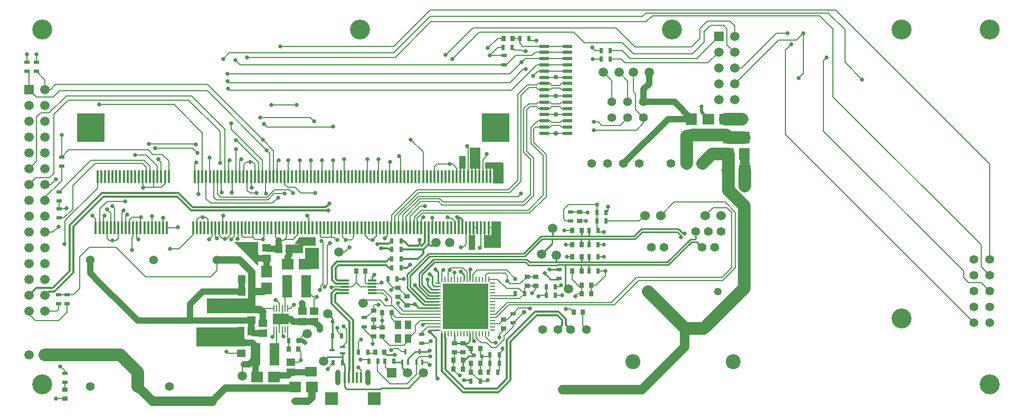
<source format=gtl>
G04 Layer_Physical_Order=1*
G04 Layer_Color=255*
%FSAX25Y25*%
%MOIN*%
G70*
G01*
G75*
%ADD10R,0.07874X0.07874*%
%ADD11R,0.01575X0.06890*%
%ADD12R,0.02362X0.03347*%
%ADD13R,0.05512X0.04921*%
%ADD14R,0.02559X0.03543*%
%ADD15R,0.04921X0.05512*%
%ADD16R,0.07087X0.07480*%
%ADD17R,0.07480X0.07087*%
%ADD18R,0.03543X0.02559*%
%ADD19R,0.01378X0.07874*%
%ADD20R,0.17716X0.18110*%
%ADD21R,0.06496X0.02362*%
%ADD22R,0.05906X0.14173*%
%ADD23R,0.03622X0.02441*%
%ADD24R,0.01575X0.03347*%
%ADD25R,0.03347X0.01575*%
%ADD26R,0.03347X0.02362*%
%ADD27C,0.05906*%
%ADD28R,0.00984X0.03740*%
%ADD29R,0.03740X0.00984*%
%ADD30R,0.28740X0.28740*%
%ADD31R,0.05315X0.01181*%
%ADD32R,0.04331X0.05512*%
%ADD33R,0.00984X0.03937*%
%ADD34R,0.09843X0.06693*%
%ADD35R,0.02441X0.03622*%
%ADD36C,0.00984*%
%ADD37C,0.00800*%
%ADD38C,0.07874*%
%ADD39C,0.01299*%
%ADD40C,0.03937*%
%ADD41C,0.01181*%
%ADD42C,0.02756*%
%ADD43C,0.04724*%
%ADD44C,0.00799*%
%ADD45C,0.05906*%
%ADD46C,0.00988*%
%ADD47C,0.01969*%
%ADD48R,0.06500X0.13000*%
%ADD49R,0.11500X0.04000*%
%ADD50R,0.06000X0.17000*%
%ADD51R,0.10500X0.08000*%
%ADD52R,0.06500X0.13500*%
%ADD53R,0.04000X0.09500*%
%ADD54R,0.04000X0.08000*%
%ADD55R,0.07750X0.06250*%
%ADD56R,0.08500X0.13500*%
%ADD57R,0.26250X0.09750*%
%ADD58R,0.26750X0.12250*%
%ADD59R,0.07000X0.05500*%
%ADD60R,0.10500X0.05250*%
%ADD61O,0.03347X0.09843*%
%ADD62C,0.05543*%
%ADD63R,0.05906X0.05906*%
%ADD64R,0.05906X0.05906*%
%ADD65C,0.04921*%
%ADD66C,0.09449*%
%ADD67C,0.06024*%
%ADD68C,0.12598*%
%ADD69C,0.02362*%
%ADD70C,0.02500*%
%ADD71C,0.03000*%
%ADD72C,0.02894*%
G36*
X0736750Y0196000D02*
X0721500Y0211250D01*
X0736750Y0211250D01*
X0736750Y0196000D01*
D02*
G37*
G36*
X0765000Y0208500D02*
Y0209000D01*
X0765500D01*
X0765000Y0208500D01*
D02*
G37*
G36*
X0762500Y0209750D02*
X0759750D01*
X0762500Y0214250D01*
Y0209750D01*
D02*
G37*
D10*
X0809886Y0112311D02*
D03*
X0782917D02*
D03*
D11*
X0791382Y0125500D02*
D03*
X0793941D02*
D03*
X0801618D02*
D03*
X0799059D02*
D03*
X0796500D02*
D03*
D12*
X0901896Y0340000D02*
D03*
X0907604D02*
D03*
X0887854Y0129000D02*
D03*
X0882146D02*
D03*
X0888854Y0134500D02*
D03*
X0883146D02*
D03*
X0888854Y0140000D02*
D03*
X0883146D02*
D03*
X0761854Y0149000D02*
D03*
X0756146D02*
D03*
X0800146Y0141500D02*
D03*
X0805854D02*
D03*
X0822354Y0136000D02*
D03*
X0816646D02*
D03*
X0806500D02*
D03*
X0812209D02*
D03*
X0891396Y0334250D02*
D03*
X0897104D02*
D03*
X0821146Y0212000D02*
D03*
X0826854D02*
D03*
X0821146Y0206500D02*
D03*
X0826854D02*
D03*
X0821146Y0195000D02*
D03*
X0826854D02*
D03*
X0821146Y0200500D02*
D03*
X0826854D02*
D03*
X0953396Y0332250D02*
D03*
X0959104D02*
D03*
X0953396Y0326750D02*
D03*
X0959104D02*
D03*
X0918646Y0177500D02*
D03*
X0924354D02*
D03*
X0918646Y0183000D02*
D03*
X0924354D02*
D03*
X0951354Y0209500D02*
D03*
X0945646D02*
D03*
X0951354Y0218500D02*
D03*
X0945646D02*
D03*
X0951354Y0193000D02*
D03*
X0945646D02*
D03*
X0951354Y0202000D02*
D03*
X0945646D02*
D03*
X0956354Y0230000D02*
D03*
X0950646D02*
D03*
Y0224500D02*
D03*
X0956354D02*
D03*
X0818646Y0188000D02*
D03*
X0824354D02*
D03*
X0899146Y0178500D02*
D03*
X0904854D02*
D03*
X0789354Y0152000D02*
D03*
X0783646D02*
D03*
X0784146Y0135000D02*
D03*
X0789854D02*
D03*
D13*
X0742000Y0207498D02*
D03*
Y0201002D02*
D03*
X0764500Y0161002D02*
D03*
Y0167498D02*
D03*
X0757250Y0135248D02*
D03*
Y0128752D02*
D03*
X0772000Y0161002D02*
D03*
Y0167498D02*
D03*
X0739750Y0153502D02*
D03*
Y0159998D02*
D03*
X0732250Y0162002D02*
D03*
Y0168498D02*
D03*
X0726000Y0141002D02*
D03*
Y0147498D02*
D03*
D14*
X0756146Y0143500D02*
D03*
X0761854D02*
D03*
X0897354Y0340000D02*
D03*
X0891646D02*
D03*
X0935146Y0209500D02*
D03*
X0940854D02*
D03*
X0935146Y0218500D02*
D03*
X0940854D02*
D03*
X0935146Y0193000D02*
D03*
X0940854D02*
D03*
X0946854Y0178500D02*
D03*
X0941146D02*
D03*
X0946854Y0184000D02*
D03*
X0941146D02*
D03*
X0871146Y0129000D02*
D03*
X0876854D02*
D03*
X0871146Y0134500D02*
D03*
X0876854D02*
D03*
X0871146Y0144000D02*
D03*
X0876854D02*
D03*
X0865854Y0131000D02*
D03*
X0860146D02*
D03*
X0865854Y0136500D02*
D03*
X0860146D02*
D03*
X0820854Y0166500D02*
D03*
X0815146D02*
D03*
X0804354Y0193000D02*
D03*
X0798646D02*
D03*
X0936000Y0167000D02*
D03*
X0941709D02*
D03*
X0816354Y0141500D02*
D03*
X0810646D02*
D03*
X0935146Y0202000D02*
D03*
X0940854D02*
D03*
D15*
X0749752Y0207000D02*
D03*
X0756248D02*
D03*
X0732248Y0154750D02*
D03*
X0725752D02*
D03*
X0732748Y0180000D02*
D03*
X0726252D02*
D03*
Y0187500D02*
D03*
X0732748D02*
D03*
D16*
X1010250Y0289065D02*
D03*
Y0278435D02*
D03*
X1033750Y0266750D02*
D03*
Y0277380D02*
D03*
X1043500Y0266750D02*
D03*
Y0277380D02*
D03*
X0742000Y0192565D02*
D03*
Y0181935D02*
D03*
D17*
X1020935Y0289000D02*
D03*
X1031565D02*
D03*
X0759935Y0119500D02*
D03*
X0770565D02*
D03*
X0746565Y0126000D02*
D03*
X0735935D02*
D03*
X0755435Y0197250D02*
D03*
X0766065D02*
D03*
X1033435Y0256565D02*
D03*
X1044065D02*
D03*
D18*
X0939500Y0224646D02*
D03*
Y0230354D02*
D03*
X0891500Y0162209D02*
D03*
Y0156500D02*
D03*
X0912000Y0183646D02*
D03*
Y0189354D02*
D03*
X0906500Y0183646D02*
D03*
Y0189354D02*
D03*
X0866000Y0147354D02*
D03*
Y0141646D02*
D03*
X0860500Y0147354D02*
D03*
Y0141646D02*
D03*
X0830500Y0171146D02*
D03*
Y0176854D02*
D03*
X0825000Y0176646D02*
D03*
Y0182354D02*
D03*
X0815000Y0151646D02*
D03*
Y0157354D02*
D03*
X0809500Y0151646D02*
D03*
Y0157354D02*
D03*
Y0167854D02*
D03*
Y0162146D02*
D03*
X0614500Y0112146D02*
D03*
Y0117854D02*
D03*
D19*
X0827823Y0220216D02*
D03*
X0830185D02*
D03*
X0841996D02*
D03*
X0844358D02*
D03*
X0634122D02*
D03*
X0636484D02*
D03*
X0638846D02*
D03*
X0641209D02*
D03*
X0643571D02*
D03*
X0645933D02*
D03*
X0648295D02*
D03*
X0650658D02*
D03*
X0653020D02*
D03*
X0655382D02*
D03*
X0657744D02*
D03*
X0660106D02*
D03*
X0662468D02*
D03*
X0664831D02*
D03*
X0667193D02*
D03*
X0669555D02*
D03*
X0671917D02*
D03*
X0674279D02*
D03*
X0676642D02*
D03*
X0679004D02*
D03*
X0635303Y0252500D02*
D03*
X0637665D02*
D03*
X0640028D02*
D03*
X0642390D02*
D03*
X0644752D02*
D03*
X0647114D02*
D03*
X0649476D02*
D03*
X0651839D02*
D03*
X0654201D02*
D03*
X0656563D02*
D03*
X0658925D02*
D03*
X0661287D02*
D03*
X0663650D02*
D03*
X0666012D02*
D03*
X0668374D02*
D03*
X0670736D02*
D03*
X0673098D02*
D03*
X0675461D02*
D03*
X0677823D02*
D03*
X0680185D02*
D03*
X0695539Y0220216D02*
D03*
X0697902D02*
D03*
X0700264D02*
D03*
X0702626D02*
D03*
X0704988D02*
D03*
X0707350D02*
D03*
X0709713D02*
D03*
X0712075D02*
D03*
X0714437D02*
D03*
X0716799D02*
D03*
X0719161D02*
D03*
X0721524D02*
D03*
X0723886D02*
D03*
X0726248D02*
D03*
X0728610D02*
D03*
X0730972D02*
D03*
X0733335D02*
D03*
X0735697D02*
D03*
X0738059D02*
D03*
X0740421D02*
D03*
X0742783D02*
D03*
X0745146D02*
D03*
X0747508D02*
D03*
X0749870D02*
D03*
X0752232D02*
D03*
X0754595D02*
D03*
X0756957D02*
D03*
X0759319D02*
D03*
X0761681D02*
D03*
X0764043D02*
D03*
X0766405D02*
D03*
X0768768D02*
D03*
X0771130D02*
D03*
X0773492D02*
D03*
X0775854D02*
D03*
X0778217D02*
D03*
X0780579D02*
D03*
X0782941D02*
D03*
X0785303D02*
D03*
X0787665D02*
D03*
X0790028D02*
D03*
X0792390D02*
D03*
X0794752D02*
D03*
X0797114D02*
D03*
X0799476D02*
D03*
X0801839D02*
D03*
X0804201D02*
D03*
X0806563D02*
D03*
X0808925D02*
D03*
X0811287D02*
D03*
X0813650D02*
D03*
X0816012D02*
D03*
X0818374D02*
D03*
X0820736D02*
D03*
X0823098D02*
D03*
X0825461D02*
D03*
X0832547D02*
D03*
X0834909D02*
D03*
X0837272D02*
D03*
X0839634D02*
D03*
X0846721D02*
D03*
X0849083D02*
D03*
X0851445D02*
D03*
X0853807D02*
D03*
X0856169D02*
D03*
X0858531D02*
D03*
X0860894D02*
D03*
X0863256D02*
D03*
X0865618D02*
D03*
X0867980D02*
D03*
X0870343D02*
D03*
X0872705D02*
D03*
X0875067D02*
D03*
X0877429D02*
D03*
X0879791D02*
D03*
X0882154D02*
D03*
X0696721Y0252500D02*
D03*
X0699083D02*
D03*
X0701445D02*
D03*
X0703807D02*
D03*
X0706169D02*
D03*
X0708532D02*
D03*
X0710894D02*
D03*
X0713256D02*
D03*
X0715618D02*
D03*
X0717980D02*
D03*
X0720342D02*
D03*
X0722705D02*
D03*
X0725067D02*
D03*
X0727429D02*
D03*
X0729791D02*
D03*
X0732154D02*
D03*
X0734516D02*
D03*
X0736878D02*
D03*
X0739240D02*
D03*
X0741602D02*
D03*
X0743965D02*
D03*
X0746327D02*
D03*
X0748689D02*
D03*
X0751051D02*
D03*
X0753413D02*
D03*
X0755776D02*
D03*
X0758138D02*
D03*
X0760500D02*
D03*
X0762862D02*
D03*
X0765224D02*
D03*
X0767587D02*
D03*
X0769949D02*
D03*
X0772311D02*
D03*
X0774673D02*
D03*
X0777035D02*
D03*
X0779398D02*
D03*
X0781760D02*
D03*
X0784122D02*
D03*
X0786484D02*
D03*
X0788846D02*
D03*
X0791209D02*
D03*
X0793571D02*
D03*
X0795933D02*
D03*
X0798295D02*
D03*
X0800657D02*
D03*
X0803020D02*
D03*
X0805382D02*
D03*
X0807744D02*
D03*
X0810106D02*
D03*
X0812469D02*
D03*
X0814831D02*
D03*
X0817193D02*
D03*
X0819555D02*
D03*
X0821917D02*
D03*
X0824279D02*
D03*
X0826642D02*
D03*
X0829004D02*
D03*
X0831366D02*
D03*
X0833728D02*
D03*
X0836091D02*
D03*
X0838453D02*
D03*
X0840815D02*
D03*
X0843177D02*
D03*
X0845539D02*
D03*
X0847902D02*
D03*
X0850264D02*
D03*
X0852626D02*
D03*
X0854988D02*
D03*
X0857350D02*
D03*
X0859713D02*
D03*
X0862075D02*
D03*
X0864437D02*
D03*
X0866799D02*
D03*
X0869161D02*
D03*
X0871524D02*
D03*
X0873886D02*
D03*
X0876248D02*
D03*
X0878610D02*
D03*
X0880972D02*
D03*
X0883335D02*
D03*
D20*
X0630972Y0283602D02*
D03*
X0886484D02*
D03*
D21*
X0932000Y0307500D02*
D03*
Y0311437D02*
D03*
Y0279941D02*
D03*
Y0283878D02*
D03*
Y0287815D02*
D03*
Y0291752D02*
D03*
Y0295689D02*
D03*
Y0299626D02*
D03*
Y0303563D02*
D03*
Y0315374D02*
D03*
Y0319311D02*
D03*
Y0323248D02*
D03*
Y0327185D02*
D03*
Y0331122D02*
D03*
Y0335059D02*
D03*
X0917335D02*
D03*
Y0331122D02*
D03*
Y0327185D02*
D03*
Y0323248D02*
D03*
Y0319311D02*
D03*
Y0315374D02*
D03*
Y0311437D02*
D03*
Y0307500D02*
D03*
Y0303563D02*
D03*
Y0299626D02*
D03*
Y0295689D02*
D03*
Y0291752D02*
D03*
Y0287815D02*
D03*
Y0283878D02*
D03*
Y0279941D02*
D03*
D22*
X0734996Y0140250D02*
D03*
X0747004D02*
D03*
X0767004Y0183250D02*
D03*
X0754996D02*
D03*
D23*
X0803500Y0157567D02*
D03*
Y0163433D02*
D03*
D24*
X0829500Y0141847D02*
D03*
X0831468Y0135153D02*
D03*
X0827532D02*
D03*
X0838500Y0141847D02*
D03*
X0840469Y0135153D02*
D03*
X0836532D02*
D03*
D25*
X0783153Y0143000D02*
D03*
X0789847Y0144968D02*
D03*
Y0141032D02*
D03*
D26*
X0614500Y0128354D02*
D03*
Y0122646D02*
D03*
X0611000Y0242854D02*
D03*
Y0237146D02*
D03*
Y0226646D02*
D03*
Y0232354D02*
D03*
X0590750Y0324854D02*
D03*
Y0319146D02*
D03*
X0596500Y0324854D02*
D03*
Y0319146D02*
D03*
X0892000Y0329104D02*
D03*
Y0323396D02*
D03*
X0612500Y0259146D02*
D03*
Y0264854D02*
D03*
X0616000Y0177854D02*
D03*
Y0172146D02*
D03*
X0610500D02*
D03*
Y0177854D02*
D03*
X0934000Y0224646D02*
D03*
Y0230354D02*
D03*
X0926500Y0188146D02*
D03*
Y0193854D02*
D03*
X0840000Y0147146D02*
D03*
Y0152854D02*
D03*
X0897500Y0160146D02*
D03*
Y0165854D02*
D03*
D27*
X0726750Y0126500D02*
D03*
X0787750Y0205000D02*
D03*
X0983500Y0318500D02*
D03*
X0964500D02*
D03*
X0954750D02*
D03*
X0767750Y0153250D02*
D03*
X0973500Y0318500D02*
D03*
X0857500Y0211000D02*
D03*
X0849000D02*
D03*
X0922500Y0220000D02*
D03*
X0915500Y0203500D02*
D03*
X0925000Y0203000D02*
D03*
X0932500Y0181500D02*
D03*
X0803000Y0172500D02*
D03*
X0778000Y0136000D02*
D03*
X0780500Y0166000D02*
D03*
X0841000Y0128500D02*
D03*
X0831000D02*
D03*
X0592000Y0140000D02*
D03*
X0602000Y0177500D02*
D03*
X0592000D02*
D03*
Y0297500D02*
D03*
Y0287500D02*
D03*
Y0277500D02*
D03*
Y0267500D02*
D03*
Y0257500D02*
D03*
Y0247500D02*
D03*
Y0237500D02*
D03*
Y0227500D02*
D03*
Y0217500D02*
D03*
Y0207500D02*
D03*
Y0197500D02*
D03*
Y0187500D02*
D03*
Y0167500D02*
D03*
X0602000Y0307500D02*
D03*
Y0297500D02*
D03*
Y0287500D02*
D03*
Y0277500D02*
D03*
Y0267500D02*
D03*
Y0257500D02*
D03*
Y0247500D02*
D03*
Y0237500D02*
D03*
Y0227500D02*
D03*
Y0217500D02*
D03*
Y0207500D02*
D03*
Y0197500D02*
D03*
Y0187500D02*
D03*
Y0167500D02*
D03*
X1027500Y0331250D02*
D03*
Y0321250D02*
D03*
Y0311250D02*
D03*
Y0301250D02*
D03*
X1037500Y0341250D02*
D03*
Y0331250D02*
D03*
Y0321250D02*
D03*
Y0311250D02*
D03*
Y0301250D02*
D03*
D28*
X0852736Y0153276D02*
D03*
X0854705D02*
D03*
X0856673D02*
D03*
X0858642D02*
D03*
X0860610D02*
D03*
X0862579D02*
D03*
X0864547D02*
D03*
X0866516D02*
D03*
X0868484D02*
D03*
X0870453D02*
D03*
X0872421D02*
D03*
X0874390D02*
D03*
X0876358D02*
D03*
X0878327D02*
D03*
X0880295D02*
D03*
X0882264D02*
D03*
Y0187724D02*
D03*
X0880295D02*
D03*
X0878327D02*
D03*
X0876358D02*
D03*
X0874390D02*
D03*
X0872421D02*
D03*
X0870453D02*
D03*
X0868484D02*
D03*
X0866516D02*
D03*
X0864547D02*
D03*
X0862579D02*
D03*
X0860610D02*
D03*
X0858642D02*
D03*
X0856673D02*
D03*
X0854705D02*
D03*
X0852736D02*
D03*
D29*
X0884724Y0155736D02*
D03*
Y0157705D02*
D03*
Y0159673D02*
D03*
Y0161642D02*
D03*
Y0163610D02*
D03*
Y0165579D02*
D03*
Y0167547D02*
D03*
Y0169516D02*
D03*
Y0171484D02*
D03*
Y0173453D02*
D03*
Y0175421D02*
D03*
Y0177390D02*
D03*
Y0179358D02*
D03*
Y0181327D02*
D03*
Y0183295D02*
D03*
Y0185264D02*
D03*
X0850276D02*
D03*
Y0183295D02*
D03*
Y0181327D02*
D03*
Y0179358D02*
D03*
Y0177390D02*
D03*
Y0175421D02*
D03*
Y0173453D02*
D03*
Y0171484D02*
D03*
Y0169516D02*
D03*
Y0163610D02*
D03*
Y0161642D02*
D03*
Y0159673D02*
D03*
Y0157705D02*
D03*
Y0155736D02*
D03*
Y0167547D02*
D03*
Y0165579D02*
D03*
D30*
X0867500Y0170500D02*
D03*
D31*
X0791240Y0179063D02*
D03*
Y0181032D02*
D03*
Y0186937D02*
D03*
Y0184968D02*
D03*
Y0183000D02*
D03*
X0808760Y0186937D02*
D03*
Y0184968D02*
D03*
Y0183000D02*
D03*
Y0181032D02*
D03*
Y0179063D02*
D03*
D32*
X0831150Y0158831D02*
D03*
X0824850Y0150169D02*
D03*
X0831150D02*
D03*
X0824850Y0158831D02*
D03*
D33*
X0755429Y0169193D02*
D03*
X0753657D02*
D03*
X0751886D02*
D03*
X0750114D02*
D03*
X0746571D02*
D03*
Y0155807D02*
D03*
X0748343Y0169193D02*
D03*
Y0155807D02*
D03*
X0750114D02*
D03*
X0751886D02*
D03*
X0753657D02*
D03*
X0755429D02*
D03*
D34*
X0751000Y0162500D02*
D03*
D35*
X0877000Y0123250D02*
D03*
X0871134D02*
D03*
D36*
X0813834Y0118250D02*
X0814584Y0119000D01*
X0792750Y0118250D02*
X0813834D01*
X0791382Y0119618D02*
X0792750Y0118250D01*
X0814584Y0119000D02*
X0831500D01*
X0841000Y0128500D01*
X0869634Y0123750D02*
X0870134Y0124250D01*
X0925854Y0194000D02*
X0926500Y0193354D01*
X0827500Y0135153D02*
Y0135250D01*
Y0132000D02*
Y0135153D01*
X0921354Y0187646D02*
X0926500D01*
X0866500Y0123750D02*
X0869634D01*
X0870134Y0124250D02*
X0871134Y0123250D01*
X0827500Y0135153D02*
X0827532D01*
X0823008D02*
X0827500D01*
Y0132000D02*
X0831000Y0128500D01*
X0920500Y0194000D02*
X0925854D01*
X0917500Y0191500D02*
X0921354Y0187646D01*
X0845000Y0191000D02*
X0846000Y0190000D01*
X0846500Y0184500D02*
Y0190000D01*
X0846000D02*
X0846500D01*
X0848500Y0194000D02*
X0850276Y0192224D01*
X0843500Y0184000D02*
Y0187500D01*
X0817500Y0140000D02*
X0823000D01*
X0860610Y0147465D02*
Y0153276D01*
X0860500Y0147354D02*
X0860610Y0147465D01*
X0860500Y0147354D02*
X0866000D01*
X0868854D02*
X0870453Y0148953D01*
Y0153276D01*
X0871146Y0141354D02*
Y0144000D01*
Y0141354D02*
X0873000Y0139500D01*
X0845000Y0154500D02*
X0846236Y0155736D01*
X0850276D01*
X0837984Y0169516D02*
X0850276D01*
X0835500Y0172000D02*
X0837984Y0169516D01*
X0843579Y0175421D02*
X0850276D01*
X0846173Y0181327D02*
X0850276D01*
X0835500Y0183500D02*
Y0184000D01*
Y0183500D02*
X0843579Y0175421D01*
X0843500Y0184000D02*
X0846173Y0181327D01*
X0847705Y0183295D02*
X0850276D01*
X0846500Y0184500D02*
X0847705Y0183295D01*
X0850276Y0185264D02*
Y0192224D01*
X0870453Y0187724D02*
Y0193953D01*
X0870500Y0194000D01*
X0866516Y0187724D02*
Y0190484D01*
X0864500Y0192500D02*
X0866516Y0190484D01*
X0824000Y0188000D02*
X0824354D01*
X0828500D01*
X0831354Y0172000D02*
X0835500D01*
X0830500Y0171146D02*
X0831354Y0172000D01*
X0825000Y0176646D02*
X0830500Y0171146D01*
X0865854Y0131000D02*
Y0136500D01*
X0872774Y0139274D02*
X0873000Y0139500D01*
X0791382Y0125500D02*
Y0133472D01*
X0789854Y0135000D02*
X0791382Y0133472D01*
X0789847Y0141032D02*
X0789854Y0141024D01*
X0783153Y0143000D02*
Y0151508D01*
X0783646Y0152000D01*
X0808760Y0186937D02*
Y0189260D01*
X0810000Y0190500D01*
X0783646Y0152000D02*
Y0160854D01*
X0780500Y0138500D02*
X0789854D01*
X0778000Y0136000D02*
X0780500Y0138500D01*
X0789854Y0135000D02*
Y0138500D01*
Y0141024D01*
X0791382Y0119618D02*
Y0125500D01*
X0831468Y0135153D02*
Y0137469D01*
X0835847Y0141847D01*
X0838500D01*
X0822854Y0135000D02*
X0823008Y0135153D01*
X0817354Y0140146D02*
X0817500Y0140000D01*
X0849000Y0125933D02*
X0850000Y0124933D01*
X0838500Y0141847D02*
X0844347D01*
X0845000Y0142500D01*
Y0154500D02*
X0849000Y0150500D01*
Y0125933D02*
Y0150500D01*
X0780500Y0166000D02*
X0783500Y0163000D01*
Y0161000D02*
X0783646Y0160854D01*
X0783500Y0161000D02*
Y0163000D01*
X0866646Y0147354D02*
X0870000Y0144000D01*
X0871146D01*
X0866000Y0147354D02*
X0866646D01*
X0868854D01*
X0865854Y0136500D02*
X0867000D01*
X0869774Y0139274D01*
X0872774D01*
D37*
X0917335Y0315374D02*
X0932000D01*
X0805610Y0252500D02*
Y0263390D01*
X0812610Y0252500D02*
Y0263390D01*
X0861110Y0220216D02*
Y0224390D01*
X0846610Y0220216D02*
Y0226500D01*
X0939791Y0183000D02*
X0941146D01*
X0860146Y0130354D02*
X0864000Y0126500D01*
X0791110Y0252500D02*
Y0263390D01*
X0777110Y0252000D02*
Y0262890D01*
X0763110Y0252000D02*
Y0262890D01*
X0784110Y0252000D02*
Y0262890D01*
X0770110Y0252000D02*
Y0262890D01*
X0755610Y0252000D02*
Y0262890D01*
X0734390Y0252500D02*
Y0253000D01*
X0748610Y0251500D02*
Y0262390D01*
X0741390Y0242110D02*
Y0253000D01*
X0720232Y0241610D02*
Y0252500D01*
X0713390Y0242610D02*
Y0253500D01*
X0698972Y0241610D02*
Y0252500D01*
X0663890Y0245610D02*
Y0252500D01*
X0782500Y0183000D02*
X0791240D01*
X0801559Y0124250D02*
Y0130191D01*
X0757248Y0135250D02*
X0762250D01*
X0714000Y0213500D02*
X0716818D01*
X0776250Y0181818D02*
X0776409Y0181659D01*
X0871524Y0267476D02*
X0875250Y0263750D01*
X0871524Y0252500D02*
Y0267476D01*
X0873886Y0252500D02*
Y0262000D01*
X0956354Y0224354D02*
X0956500Y0224500D01*
X0806354Y0141000D02*
X0810646D01*
X0897500Y0160000D02*
X0904500Y0167000D01*
X0635000Y0252500D02*
Y0253000D01*
X0956354Y0229854D02*
X0957500Y0231000D01*
X0756248Y0207000D02*
X0761750D01*
X1198500Y0200250D02*
Y0260500D01*
X1093750Y0325750D02*
X1095750Y0327750D01*
X1093750Y0281250D02*
Y0325750D01*
X1107250Y0324750D02*
X1118000Y0314000D01*
X1101250Y0357750D02*
X1198500Y0260500D01*
X0845250Y0357750D02*
X1101250D01*
X1107250Y0324750D02*
Y0345500D01*
X1091346Y0354404D02*
X1099750Y0346000D01*
Y0303000D02*
Y0346000D01*
X1096750Y0356000D02*
X1107250Y0345500D01*
X1099750Y0303000D02*
X1193250Y0209500D01*
X1069500Y0279250D02*
X1188500Y0160250D01*
X1069500Y0279250D02*
Y0332500D01*
X1073250Y0336250D01*
X1065250Y0339000D02*
X1076674D01*
X1037500Y0311250D02*
X1065250Y0339000D01*
X1064000Y0343250D02*
X1070924D01*
X1193250Y0185500D02*
X1198500Y0180250D01*
X1185250Y0185500D02*
X1193250D01*
X1182250Y0188500D02*
X1185250Y0185500D01*
X1182250Y0188500D02*
Y0192750D01*
X1093750Y0281250D02*
X1182250Y0192750D01*
X1193250Y0195500D02*
X1198500Y0190250D01*
X1193250Y0195500D02*
Y0209500D01*
X0644750Y0212250D02*
X0647000D01*
X0642500D02*
X0644750D01*
X0859110Y0226390D02*
X0861110Y0224390D01*
X0880750Y0123250D02*
X0881500Y0124000D01*
X0876250Y0344000D02*
X0936000D01*
X0872250Y0346500D02*
X0962750D01*
X0981500Y0356000D02*
X1096750D01*
X0822250Y0330750D02*
X0845250Y0353750D01*
X0979250D02*
X0981500Y0356000D01*
X0845250Y0353750D02*
X0979250D01*
X0823250Y0328000D02*
X0845750Y0350500D01*
X0981596D02*
X0985500Y0354404D01*
X0845750Y0350500D02*
X0981596D01*
X1037500Y0341250D02*
Y0348000D01*
X1034500Y0351000D02*
X1037500Y0348000D01*
X1020250Y0351000D02*
X1034500D01*
X0962750Y0346500D02*
X0974750Y0334500D01*
X0966750Y0337250D02*
X0973750Y0330250D01*
X0966750Y0332250D02*
X0971750Y0327250D01*
X1020750Y0324500D02*
X1027500Y0331250D01*
X0968250Y0324500D02*
X1020750D01*
X0966000Y0326750D02*
X0968250Y0324500D01*
X0936000Y0344000D02*
X0942750Y0337250D01*
X0909104Y0338500D02*
X0912250D01*
X0907604Y0340000D02*
X0909104Y0338500D01*
X0897354Y0340000D02*
X0901896D01*
Y0336854D02*
Y0340000D01*
Y0336854D02*
X0903691Y0335059D01*
X0891854Y0329250D02*
X0892000Y0329104D01*
X0883000Y0329250D02*
X0891854D01*
X0883000D02*
X0888000Y0334250D01*
X0891396D01*
X0881750Y0333750D02*
X0888000Y0340000D01*
X0891646D01*
X0897104Y0334250D02*
X0898709Y0332646D01*
X0725250Y0323250D02*
X0891854D01*
X0892000Y0323396D01*
X0893396D01*
X0745000Y0298000D02*
X0761000D01*
X0722250Y0326250D02*
X0725250Y0323250D01*
X0729750Y0328000D02*
X0823250D01*
X0729500Y0327750D02*
X0729750Y0328000D01*
X0670125Y0266625D02*
X0676125D01*
X0680250Y0262500D01*
X0673500Y0263500D02*
X0675461Y0261539D01*
Y0252500D02*
Y0261539D01*
X0695250Y0270500D02*
X0698250Y0267500D01*
X0671750Y0270500D02*
X0695250D01*
X0617146Y0269500D02*
X0667250D01*
X0670125Y0266625D01*
X0673098Y0252500D02*
Y0259152D01*
X0666000Y0266250D02*
X0673098Y0259152D01*
X0659000Y0266250D02*
X0666000D01*
X0667500Y0273250D02*
X0696750D01*
X0697250Y0272750D01*
X0641250Y0231750D02*
X0643571Y0229429D01*
Y0220216D02*
Y0229429D01*
X0714500Y0327000D02*
X0718250Y0330750D01*
X0680250Y0252565D02*
Y0262500D01*
X0641250Y0237000D02*
X0652500D01*
X0636500Y0232250D02*
X0641250Y0237000D01*
X0650658Y0230157D02*
X0651750Y0231250D01*
X0644750Y0233750D02*
X0645933Y0232567D01*
Y0220216D02*
Y0232567D01*
X0638846Y0220216D02*
Y0227097D01*
X0639500Y0227750D01*
X0650658Y0220216D02*
Y0230157D01*
X0653020Y0220216D02*
Y0227520D01*
X0654000Y0228500D01*
X0761854Y0149000D02*
X0766104Y0153250D01*
X0767750D01*
X0726750Y0133000D02*
X0727250Y0133500D01*
X0726750Y0126500D02*
Y0133000D01*
X0739500Y0169193D02*
X0746571D01*
X0745500Y0151250D02*
X0746571Y0152321D01*
Y0155807D01*
X0734996Y0140250D02*
Y0141250D01*
Y0137746D02*
Y0140250D01*
X0761854Y0143500D02*
X0763500Y0141854D01*
Y0136500D02*
Y0141854D01*
X0762250Y0135250D02*
X0763500Y0136500D01*
X0757248Y0135250D02*
X0757250Y0135248D01*
X0716750Y0141750D02*
X0717498Y0141002D01*
X0726000D01*
X0772000Y0175000D02*
X0773500Y0176500D01*
X0772000Y0167498D02*
Y0175000D01*
X0767004Y0180746D02*
Y0183250D01*
Y0180746D02*
X0771250Y0176500D01*
X0773500D01*
X0751886Y0152114D02*
X0752500Y0151500D01*
X0751886Y0152114D02*
Y0155807D01*
X0727250Y0133500D02*
X0727500Y0133750D01*
X0747500Y0174500D02*
X0748250D01*
X0750114Y0172636D01*
Y0169193D02*
Y0172636D01*
X0751000Y0162500D02*
X0751886Y0163386D01*
Y0169193D01*
X0750114Y0161614D02*
X0751000Y0162500D01*
X0750114Y0155807D02*
Y0161614D01*
X0756146Y0143500D02*
Y0149000D01*
X0755429Y0149716D02*
X0756146Y0149000D01*
X0755429Y0149716D02*
Y0155807D01*
X0747004Y0141250D02*
X0748343Y0142589D01*
Y0155807D01*
X0756943Y0169193D02*
X0759250Y0171500D01*
X0755429Y0169193D02*
X0756943D01*
X0913269Y0287815D02*
X0917335D01*
X0908950Y0283496D02*
X0913269Y0287815D01*
X0877000Y0123250D02*
X0880750D01*
X0876896D02*
X0877000D01*
X0871146Y0129000D02*
X0876896Y0123250D01*
X0838500Y0138750D02*
X0845250D01*
X0836532Y0136782D02*
X0838500Y0138750D01*
X0836532Y0135153D02*
Y0136782D01*
X0805500Y0137000D02*
X0806500Y0136000D01*
X0801250Y0137000D02*
X0805500D01*
X0800146Y0148146D02*
X0801500Y0149500D01*
X0800146Y0141500D02*
Y0148146D01*
X0942750Y0337250D02*
X0966750D01*
X0959104Y0332250D02*
X0966750D01*
X0959104Y0326750D02*
X0966000D01*
X0948000D02*
X0953396D01*
X0740250Y0286000D02*
X0742250Y0284000D01*
X0783750D02*
X0784000Y0284250D01*
X0742250Y0284000D02*
X0783750D01*
X0738000Y0290000D02*
X0769500D01*
X0772000Y0287500D01*
X0822250Y0334750D02*
X0845250Y0357750D01*
X0750750Y0334750D02*
X0822250D01*
X0904041Y0331750D02*
X0905500D01*
X0903146Y0332646D02*
X0904041Y0331750D01*
X0898709Y0332646D02*
X0903146D01*
X0911622Y0331122D02*
X0917335D01*
X0909750Y0329250D02*
X0911622Y0331122D01*
X0696721Y0252500D02*
Y0260471D01*
X0717250Y0317500D02*
X0895500D01*
X0719750Y0282500D02*
X0739240Y0263010D01*
X0719750Y0282500D02*
Y0286250D01*
X0739240Y0252500D02*
Y0263010D01*
X0718250Y0330750D02*
X0822250D01*
X0895500Y0312000D02*
X0904000Y0320500D01*
X0718000Y0312000D02*
X0895500D01*
X0717250Y0312750D02*
X0718000Y0312000D01*
X0896500Y0307250D02*
X0912498Y0323248D01*
X0718750Y0307250D02*
X0896500D01*
X0717625Y0308375D02*
X0718750Y0307250D01*
X0704500Y0306750D02*
X0742000Y0269250D01*
X0611250Y0306750D02*
X0704500D01*
X0742000Y0269250D02*
X0743965Y0267285D01*
X0739500Y0275750D02*
X0746327Y0268923D01*
Y0252500D02*
Y0268923D01*
X0704500Y0310750D02*
X0739500Y0275750D01*
X0722750Y0275500D02*
X0723000D01*
X0736878Y0261622D01*
Y0252500D02*
Y0261622D01*
X0660106Y0213894D02*
Y0220216D01*
Y0213894D02*
X0661000Y0213000D01*
X0636250Y0298250D02*
X0683500D01*
X0701445Y0280305D01*
X0616500Y0301000D02*
X0692750D01*
X0607500Y0292000D02*
X0616500Y0301000D01*
X0692750D02*
X0712500Y0281250D01*
X0714437Y0227437D02*
X0714750Y0227750D01*
X0714437Y0220216D02*
Y0227437D01*
X0717980Y0261980D02*
X0718750Y0262750D01*
X0717980Y0252500D02*
Y0261980D01*
X0722500Y0269750D02*
X0722705Y0269545D01*
Y0252500D02*
Y0269545D01*
X0725067Y0262567D02*
X0726000Y0263500D01*
X0725067Y0252500D02*
Y0262567D01*
X0701445Y0252500D02*
Y0280305D01*
X0679004Y0220216D02*
X0685716D01*
X0686000Y0220500D01*
X0614750Y0210250D02*
Y0224750D01*
X0614250Y0209750D02*
X0614750Y0210250D01*
X0731500Y0262000D02*
X0733000D01*
X0729500D02*
X0731500D01*
X0727429Y0252500D02*
X0727750Y0252821D01*
Y0260250D01*
X0729500Y0262000D01*
X0733000D02*
X0734516Y0260484D01*
Y0252500D02*
Y0260484D01*
X0635303Y0245303D02*
Y0252500D01*
X0614750Y0224750D02*
X0635303Y0245303D01*
X0680185Y0252500D02*
X0680250Y0252565D01*
X0607000Y0217500D02*
X0610500Y0221000D01*
X0602000Y0217500D02*
X0607000D01*
X0605500Y0247500D02*
X0609000Y0251000D01*
X0602000Y0247500D02*
X0605500D01*
X0712500Y0261500D02*
X0712750Y0261250D01*
X0712500Y0261500D02*
Y0281250D01*
X0607500Y0254500D02*
Y0292000D01*
X0604750Y0251750D02*
X0607500Y0254500D01*
X0596250Y0251750D02*
X0604750D01*
X0592000Y0247500D02*
X0596250Y0251750D01*
X0596750Y0302750D02*
X0607250D01*
X0590750Y0319146D02*
X0592000Y0317896D01*
Y0307500D02*
Y0317896D01*
X0596500Y0319146D02*
X0602000Y0313646D01*
Y0307500D02*
Y0313646D01*
X0743965Y0252500D02*
Y0267285D01*
X0608750Y0310750D02*
X0704500D01*
X0605500Y0307500D02*
X0608750Y0310750D01*
X0602000Y0307500D02*
X0605500D01*
X0592000D02*
X0596750Y0302750D01*
X0607250D02*
X0611250Y0306750D01*
X0816500Y0213500D02*
X0818374Y0215374D01*
Y0220216D01*
X0590750Y0324854D02*
Y0330000D01*
X0596500Y0324854D02*
Y0330000D01*
X0917335Y0323248D02*
X0932000D01*
X0917335Y0319311D02*
X0932000D01*
X0913311D02*
X0917335D01*
X0910250Y0316250D02*
X0913311Y0319311D01*
X0912498Y0323248D02*
X0917335D01*
X0636484Y0220216D02*
X0636500Y0220232D01*
Y0232250D01*
X0670500Y0246000D02*
X0675500D01*
X0917335Y0327185D02*
X0932000D01*
X0917335Y0331122D02*
X0932000D01*
X0664280Y0246000D02*
X0670500D01*
X0670736Y0246236D01*
Y0252500D01*
X0663890Y0245610D02*
X0664280Y0246000D01*
X0675500D02*
X0677823Y0248323D01*
Y0252500D01*
X0900500Y0240000D02*
X0902500Y0242000D01*
X0825461Y0220216D02*
Y0227961D01*
X0917335Y0279941D02*
X0924667D01*
X0917335Y0291752D02*
X0924667D01*
Y0279941D02*
X0932000D01*
X0932500Y0235000D02*
X0950500D01*
X0929500Y0232000D02*
X0932500Y0235000D01*
X0929500Y0226000D02*
Y0232000D01*
X0931000Y0209500D02*
X0935146D01*
X0930854Y0224646D02*
X0934000D01*
X0929500Y0226000D02*
X0930854Y0224646D01*
X0950500Y0235000D02*
X0950646Y0234854D01*
X0941709Y0158134D02*
Y0167000D01*
X0839634Y0225634D02*
X0841000Y0227000D01*
X0811287Y0214787D02*
Y0220216D01*
X0809000Y0212500D02*
X0811287Y0214787D01*
X0908000Y0169500D02*
X0908250Y0169250D01*
X0901146Y0169500D02*
X0908000D01*
X0897500Y0165854D02*
X0901146Y0169500D01*
X0809500Y0157354D02*
X0815000D01*
X0820500Y0143000D02*
X0821500Y0144000D01*
X0825000D01*
X0924667Y0291752D02*
X0932000D01*
X0917335Y0303563D02*
X0924667D01*
X0932000D01*
X0872421Y0149079D02*
Y0153276D01*
Y0149079D02*
X0873000Y0148500D01*
X0884724Y0175421D02*
X0901776D01*
X0904854Y0178500D01*
X0868484Y0187724D02*
Y0192516D01*
X0880295Y0187724D02*
Y0190205D01*
X0881591Y0191500D01*
X0892500D01*
X0882264Y0187724D02*
X0887776D01*
X0893500Y0182000D01*
X0901354D01*
X0904854Y0178500D01*
X0892500Y0191500D02*
X0894000Y0190000D01*
Y0186500D02*
Y0190000D01*
X0860500Y0141646D02*
X0866000D01*
X0825000Y0182354D02*
X0830500Y0176854D01*
X0818646Y0185854D02*
X0822146Y0182354D01*
X0818646Y0185854D02*
Y0188000D01*
X0860500Y0136854D02*
Y0141646D01*
X0860146Y0136500D02*
X0860500Y0136854D01*
X0860146Y0131000D02*
Y0136500D01*
X0876854Y0140146D02*
Y0144000D01*
Y0140146D02*
X0878000Y0139000D01*
X0882146D01*
X0883146Y0140000D01*
Y0130000D02*
Y0134500D01*
X0882146Y0129000D02*
X0883146Y0130000D01*
Y0134500D02*
Y0140000D01*
X0820500Y0181000D02*
X0821854Y0182354D01*
X0822146D01*
X0825000D01*
X0871146Y0129000D02*
Y0134500D01*
X0876854Y0129000D02*
Y0134500D01*
X0878000Y0135646D02*
Y0139000D01*
X0876854Y0134500D02*
X0878000Y0135646D01*
X0884724Y0159673D02*
X0888965D01*
X0891500Y0162209D01*
X0893854D01*
X0897500Y0165854D01*
X0904854Y0178500D02*
Y0182000D01*
X0906500Y0183646D01*
X0912000D01*
X0906500Y0189354D02*
X0912000D01*
X0906500Y0189354D02*
Y0189354D01*
X0941709Y0158134D02*
X0943843Y0156000D01*
X0809500Y0157354D02*
Y0162146D01*
X0935146Y0187646D02*
Y0193000D01*
X0930000Y0218500D02*
X0935146D01*
X0951354Y0193000D02*
X0956000D01*
X0950646Y0224500D02*
Y0230000D01*
Y0234854D01*
X0956000Y0190000D02*
Y0193000D01*
X0791240Y0183000D02*
X0796000D01*
X0798646Y0185646D01*
Y0193000D01*
X0804354Y0185646D02*
Y0193000D01*
Y0185646D02*
X0805031Y0184968D01*
X0808760D01*
X0780500Y0131354D02*
X0784146Y0135000D01*
X0780500Y0131000D02*
Y0131354D01*
X0789847Y0144968D02*
Y0145346D01*
X0792500Y0148000D01*
Y0156000D01*
X0790500Y0158000D02*
X0792500Y0156000D01*
X0786500Y0154854D02*
X0789354Y0152000D01*
X0786500Y0154854D02*
Y0157000D01*
X0815000Y0166354D02*
X0815146Y0166500D01*
X0815000Y0157354D02*
Y0161500D01*
Y0166354D01*
X0941146Y0183000D02*
Y0184000D01*
X0946854D02*
X0950000D01*
X0956000Y0190000D01*
X0941146Y0178500D02*
Y0183000D01*
X0946854Y0178500D02*
Y0184000D01*
X0935146Y0187646D02*
X0939791Y0183000D01*
X0918646Y0177500D02*
Y0183000D01*
X0914000Y0177500D02*
X0918646D01*
X0913500Y0177000D02*
X0914000Y0177500D01*
X0817146Y0132354D02*
Y0135000D01*
Y0132354D02*
X0821000Y0128500D01*
X0840469Y0135153D02*
X0843347D01*
X0845000Y0133500D01*
X0836532Y0127532D02*
Y0135153D01*
X0830500Y0121500D02*
X0836532Y0127532D01*
X0820000Y0121500D02*
X0830500D01*
X0811854Y0129646D02*
X0820000Y0121500D01*
X0811854Y0129646D02*
Y0135000D01*
X0827153Y0141847D02*
X0829500D01*
X0825000Y0144000D02*
X0827153Y0141847D01*
X0860146Y0130354D02*
Y0131000D01*
X0840000Y0147146D02*
X0844146D01*
X0845500Y0148500D01*
X0721500Y0215000D02*
Y0220193D01*
X0721524Y0220216D01*
X0705500Y0213000D02*
X0707500Y0215000D01*
Y0220067D01*
X0707350Y0220216D02*
X0707500Y0220067D01*
X0709713Y0214287D02*
Y0220216D01*
Y0214287D02*
X0710500Y0213500D01*
X0611000Y0232354D02*
X0615354D01*
X0615500Y0232500D01*
X0612500Y0264854D02*
X0617146Y0269500D01*
X0611000Y0232354D02*
Y0237146D01*
X0894000Y0186500D02*
X0895500Y0185000D01*
X0902146D01*
X0906500Y0189354D01*
X0951354Y0202000D02*
X0955000D01*
X0951354Y0209500D02*
X0955000D01*
X0951354Y0218500D02*
X0952354Y0217500D01*
X0955000D01*
X0939500Y0224646D02*
X0939646Y0224500D01*
X0943500D01*
X0931500Y0202000D02*
X0935146D01*
X0847902Y0252500D02*
Y0258902D01*
X0849500Y0260500D01*
X0840815Y0252500D02*
Y0268185D01*
X0833000Y0276000D02*
X0840815Y0268185D01*
X0826642Y0252500D02*
Y0264358D01*
X0825500Y0265500D02*
X0826642Y0264358D01*
X0819555Y0252500D02*
Y0261555D01*
X0820000Y0262000D01*
X0706110Y0253500D02*
Y0264390D01*
X0877390Y0207610D02*
Y0218500D01*
X0839634Y0220216D02*
Y0225634D01*
X0832547Y0220216D02*
Y0227453D01*
X0839095Y0234000D01*
X0807000Y0212500D02*
X0809000D01*
X0804201Y0215299D02*
X0807000Y0212500D01*
X0804201Y0215299D02*
Y0220216D01*
X0797114Y0214114D02*
Y0220216D01*
X0795500Y0212500D02*
X0797114Y0214114D01*
X0792000Y0212500D02*
X0795500D01*
X0790028Y0214472D02*
X0792000Y0212500D01*
X0790028Y0214472D02*
Y0220216D01*
X0775854Y0214646D02*
Y0220216D01*
X0782250Y0214250D02*
X0782941Y0214941D01*
Y0220216D01*
X0782250Y0214250D02*
X0784750D01*
X0786500Y0212500D01*
X0740421Y0213921D02*
Y0220216D01*
X0739500Y0213000D02*
X0740421Y0213921D01*
X0734500Y0213000D02*
X0739500D01*
X0733335Y0214165D02*
X0734500Y0213000D01*
X0733335Y0214165D02*
Y0220216D01*
X0726248Y0215252D02*
Y0220216D01*
X0712000Y0215500D02*
X0714000Y0213500D01*
X0712000Y0215500D02*
Y0220142D01*
X0712075Y0220216D01*
X0704988D02*
Y0225512D01*
X0703500Y0227000D02*
X0704988Y0225512D01*
X0697902Y0225402D02*
X0699500Y0227000D01*
X0697902Y0220216D02*
Y0225402D01*
X0676642Y0220216D02*
Y0226358D01*
X0676500Y0226500D02*
X0676642Y0226358D01*
X0699500Y0227000D02*
X0701500D01*
X0703500D01*
X0669555Y0220216D02*
Y0227445D01*
X0669500Y0227500D02*
X0669555Y0227445D01*
X0662468Y0220216D02*
Y0226969D01*
X0662500Y0227000D01*
X0657000D02*
X0662500D01*
X0655382Y0225382D02*
X0657000Y0227000D01*
X0655382Y0220216D02*
Y0225382D01*
X0634122Y0220216D02*
Y0225878D01*
X0632000Y0228000D02*
X0634122Y0225878D01*
X0801291Y0183000D02*
X0808760D01*
X0798646Y0185646D02*
X0801291Y0183000D01*
X0891500Y0155500D02*
Y0156500D01*
X0889000Y0153000D02*
X0891500Y0155500D01*
X0889000Y0151000D02*
Y0153000D01*
X0938500Y0178500D02*
X0941146D01*
X0937000Y0177000D02*
X0938500Y0178500D01*
X0882154Y0220216D02*
X0885283D01*
X0885500Y0220000D01*
X0882154Y0214154D02*
Y0220216D01*
X0882000Y0214000D02*
X0882154Y0214154D01*
X0879791Y0214209D02*
Y0220216D01*
Y0214209D02*
X0880000Y0214000D01*
X0883335Y0252500D02*
Y0259165D01*
X0880972Y0252500D02*
Y0259472D01*
X0876248Y0252500D02*
Y0262752D01*
X0878610Y0252500D02*
Y0263390D01*
X0881000Y0265779D01*
Y0267000D01*
X0870343Y0214158D02*
Y0220216D01*
Y0214158D02*
X0872843D01*
Y0220079D01*
X0872705Y0220216D02*
X0872843Y0220079D01*
X0859500Y0260500D02*
X0862075Y0257925D01*
Y0252500D02*
Y0257925D01*
X0849500Y0260500D02*
X0857500D01*
X0859500D01*
X0864500Y0208000D02*
X0866000D01*
X0867890Y0209890D01*
Y0218500D01*
X0866799Y0252500D02*
Y0257701D01*
X0866500Y0258000D02*
X0866799Y0257701D01*
X0864437Y0252500D02*
Y0257937D01*
X0864500Y0258000D01*
X0866000Y0195000D02*
X0868484Y0192516D01*
X0858000Y0195000D02*
X0866000D01*
X0860610Y0187724D02*
Y0192000D01*
X0857500Y0194500D02*
X0858000Y0195000D01*
X0857500Y0193500D02*
Y0194500D01*
X0856673Y0187724D02*
Y0192673D01*
X0857500Y0193500D01*
X0912000Y0181500D02*
Y0183646D01*
X0909500Y0179000D02*
X0912000Y0181500D01*
X0612500Y0264854D02*
Y0279000D01*
X0695539Y0216039D02*
Y0220216D01*
X0686500Y0207000D02*
X0695539Y0216039D01*
X0681000Y0207000D02*
X0686500D01*
X0872705Y0220216D02*
X0875067D01*
X0808760Y0184968D02*
X0813968D01*
X0814500Y0185500D01*
X0615500Y0303500D02*
X0694750D01*
X0604750Y0292750D02*
X0615500Y0303500D01*
X0903691Y0335059D02*
X0917335D01*
X0614146Y0226646D02*
X0619500Y0232000D01*
X0611000Y0226646D02*
X0614146D01*
X0619500Y0232000D02*
Y0247000D01*
X0633500Y0261000D02*
X0663500D01*
X0619500Y0247000D02*
X0633500Y0261000D01*
X0663500D02*
X0666012Y0258488D01*
X0612500Y0250000D02*
Y0259146D01*
X0602000Y0239500D02*
X0612500Y0250000D01*
X0599250Y0292750D02*
X0604750D01*
X0596750Y0290250D02*
X0599250Y0292750D01*
X0596750Y0262250D02*
Y0290250D01*
X0592000Y0257500D02*
X0596750Y0262250D01*
X0648295Y0213545D02*
Y0220216D01*
X0647000Y0212250D02*
X0648295Y0213545D01*
X0641209Y0213541D02*
X0642500Y0212250D01*
X0641209Y0213541D02*
Y0220216D01*
X0657000Y0214000D02*
X0657744Y0214744D01*
X0641209Y0220216D02*
X0641250Y0220258D01*
X0934000Y0230354D02*
X0939500D01*
X0928352Y0307500D02*
X0932000D01*
X0928352Y0311437D02*
X0932000D01*
X0917335D02*
X0920983D01*
X0913687D02*
X0917335D01*
X0912800Y0310550D02*
X0913687Y0311437D01*
X0906800Y0310550D02*
X0912800D01*
X0927283Y0310368D02*
X0928352Y0311437D01*
X0922051Y0310368D02*
X0927283D01*
X0920983Y0311437D02*
X0922051Y0310368D01*
X0900750Y0250250D02*
Y0304500D01*
X0906800Y0310550D01*
X0894800Y0244300D02*
X0900750Y0250250D01*
X0821017Y0228246D02*
X0837072Y0244300D01*
X0821017Y0224835D02*
Y0228246D01*
X0820736Y0224553D02*
X0821017Y0224835D01*
X0820736Y0220216D02*
Y0224553D01*
X0927283Y0308569D02*
X0928352Y0307500D01*
X0922051Y0308569D02*
X0927283D01*
X0907546Y0308750D02*
X0912437D01*
X0920983Y0307500D02*
X0922051Y0308569D01*
X0917335Y0307500D02*
X0920983D01*
X0912437Y0308750D02*
X0913687Y0307500D01*
X0917335D01*
X0902550Y0249504D02*
Y0303754D01*
X0907546Y0308750D01*
X0895546Y0242500D02*
X0902550Y0249504D01*
X0823098Y0220216D02*
Y0224553D01*
X0822817Y0224835D02*
Y0227500D01*
Y0224835D02*
X0823098Y0224553D01*
X0928352Y0299626D02*
X0932000D01*
X0927283Y0298557D02*
X0928352Y0299626D01*
X0922051Y0298557D02*
X0927283D01*
X0917335Y0299626D02*
X0920983D01*
X0913687D02*
X0917335D01*
X0920983D02*
X0922051Y0298557D01*
X0912611Y0298550D02*
X0913687Y0299626D01*
X0907504Y0298550D02*
X0912611D01*
X0904450Y0267800D02*
Y0295496D01*
X0908750Y0241250D02*
Y0263500D01*
X0904450Y0267800D02*
X0908750Y0263500D01*
X0904450Y0295496D02*
X0907504Y0298550D01*
X0904000Y0236500D02*
X0908750Y0241250D01*
X0828104Y0224835D02*
Y0228150D01*
X0827823Y0224553D02*
X0828104Y0224835D01*
X0827823Y0220216D02*
Y0224553D01*
X0927283Y0296758D02*
X0928352Y0295689D01*
X0922051Y0296758D02*
X0927283D01*
X0928352Y0295689D02*
X0932000D01*
X0920983D02*
X0922051Y0296758D01*
X0908250Y0296750D02*
X0912626D01*
X0917335Y0295689D02*
X0920983D01*
X0913687D02*
X0917335D01*
X0912626Y0296750D02*
X0913687Y0295689D01*
X0906250Y0268546D02*
X0910550Y0264246D01*
Y0240504D02*
Y0264246D01*
X0906250Y0268546D02*
Y0294750D01*
X0908250Y0296750D01*
X0904746Y0234700D02*
X0910550Y0240504D01*
X0850500Y0236750D02*
X0852550Y0234700D01*
X0829904Y0224835D02*
X0830185Y0224553D01*
X0829904Y0224835D02*
Y0227404D01*
X0830185Y0220216D02*
Y0224553D01*
X0907300Y0231300D02*
X0916750Y0240750D01*
X0908046Y0229500D02*
X0918550Y0240004D01*
X0928352Y0287815D02*
X0932000D01*
X0927283Y0286747D02*
X0928352Y0287815D01*
X0922051Y0286747D02*
X0927283D01*
X0917335Y0287815D02*
X0920983D01*
X0922051Y0286747D01*
X0916750Y0240750D02*
Y0265750D01*
X0908950Y0273550D02*
X0916750Y0265750D01*
X0908950Y0273550D02*
Y0283496D01*
X0835191Y0224835D02*
Y0226996D01*
X0834909Y0224553D02*
X0835191Y0224835D01*
X0834909Y0220216D02*
Y0224553D01*
X0922051Y0284946D02*
X0927283D01*
X0920983Y0283878D02*
X0922051Y0284946D01*
X0927283D02*
X0928352Y0283878D01*
X0913565Y0284000D02*
X0913687Y0283878D01*
X0912000Y0284000D02*
X0913565D01*
X0917335Y0283878D02*
X0920983D01*
X0928352D02*
X0932000D01*
X0913687D02*
X0917335D01*
X0918550Y0240004D02*
Y0266496D01*
X0910750Y0274296D02*
X0918550Y0266496D01*
X0910750Y0282750D02*
X0912000Y0284000D01*
X0910750Y0274296D02*
Y0282750D01*
X0836991Y0224835D02*
X0837272Y0224553D01*
X0836991Y0224835D02*
Y0226250D01*
X0837272Y0220216D02*
Y0224553D01*
X1032500Y0233000D02*
X1035500Y0230000D01*
X1031500Y0236500D02*
X1038000Y0230000D01*
X1023957Y0233000D02*
X1032500D01*
X1038000Y0195000D02*
Y0230000D01*
X0999465Y0236500D02*
X1031500D01*
X1035500Y0195000D02*
Y0230000D01*
X1018988Y0228031D02*
X1023957Y0233000D01*
X0940854Y0193000D02*
X0941000Y0193146D01*
X1029500Y0189000D02*
X1035500Y0195000D01*
X1030000Y0187000D02*
X1038000Y0195000D01*
X0975500Y0189000D02*
X1029500D01*
X0977000Y0187000D02*
X1030000D01*
X0893500Y0193500D02*
X0899000Y0188000D01*
X0945500Y0193146D02*
X0945646Y0193000D01*
X0931000Y0169000D02*
X0934000D01*
X0895000Y0171500D02*
X0961500D01*
X0894000Y0173000D02*
X0959500D01*
X0847000Y0209000D02*
X0849000Y0211000D01*
X0800000Y0131750D02*
X0801559Y0130191D01*
X0815000Y0150500D02*
X0819500Y0146000D01*
X0828500D01*
X0917335Y0335059D02*
X0932000D01*
X0808760Y0181032D02*
X0816014D01*
X0808760Y0179063D02*
X0815437D01*
X0817500Y0175000D02*
Y0177000D01*
X0821000Y0170974D02*
Y0176046D01*
X0874390Y0150610D02*
Y0153276D01*
Y0150610D02*
X0877500Y0147500D01*
X0881000D01*
X0884000Y0144500D01*
X0880295Y0151205D02*
Y0153276D01*
Y0151205D02*
X0884000Y0147500D01*
X0886000D01*
X0990996Y0228031D02*
X0999465Y0236500D01*
X0824850Y0158831D02*
Y0159850D01*
X0831150Y0150169D02*
X0831669D01*
X0836000Y0154500D01*
Y0158500D01*
X0839142Y0161642D01*
X0850276D01*
X0843705Y0157705D02*
X0850276D01*
X0828453Y0167547D02*
X0850276D01*
X0852736Y0187724D02*
Y0192736D01*
X0853500Y0193500D01*
X0872421Y0187724D02*
Y0190921D01*
X0875000Y0193500D01*
X0893500D01*
X0884724Y0165579D02*
X0886579D01*
X0894000Y0173000D01*
X0884724Y0163610D02*
X0887110D01*
X0895000Y0171500D01*
X0888854Y0134500D02*
Y0140000D01*
Y0130000D02*
Y0134500D01*
X0887854Y0129000D02*
X0888854Y0130000D01*
X0934000Y0169000D02*
X0936000Y0167000D01*
X0841173Y0159673D02*
X0850276D01*
X0840500Y0159000D02*
X0841173Y0159673D01*
X0809000Y0147000D02*
Y0151146D01*
X0809500Y0151646D01*
X0816014Y0181032D02*
X0821000Y0176046D01*
X0815437Y0179063D02*
X0817500Y0177000D01*
X0809500Y0167854D02*
Y0171000D01*
X0803500Y0156000D02*
Y0157567D01*
Y0156000D02*
X0807854Y0151646D01*
X0809500D01*
X0977465Y0224500D02*
X0980996Y0228031D01*
X0956500Y0224500D02*
X0977465D01*
X0957500Y0231000D02*
Y0233500D01*
X0939854Y0230000D02*
X0944500D01*
X0939500Y0230354D02*
X0939854Y0230000D01*
X0820854Y0166500D02*
X0823744Y0163610D01*
X0850276D01*
X0820854Y0162827D02*
Y0166500D01*
Y0162827D02*
X0824850Y0158831D01*
X0815000Y0150500D02*
Y0151646D01*
X0831150Y0148650D02*
Y0150169D01*
X0809500Y0171000D02*
X0810000Y0171500D01*
X0812500D01*
X0803500Y0163433D02*
X0805079D01*
X0809500Y0167854D01*
X0813500Y0174500D02*
X0817026Y0170974D01*
X0805000Y0174500D02*
X0813500D01*
X0803000Y0172500D02*
X0805000Y0174500D01*
X0924354Y0183000D02*
X0927000D01*
X0928000Y0184000D01*
X0924354Y0177500D02*
X0928500D01*
X0840000Y0154000D02*
X0843705Y0157705D01*
X0840000Y0152854D02*
Y0154000D01*
X0828500Y0146000D02*
X0831150Y0148650D01*
X0826921Y0165579D02*
X0850276D01*
X0817026Y0170974D02*
X0821000D01*
X0821526D01*
X0825000Y0171000D02*
X0828453Y0167547D01*
X0825000Y0171000D02*
Y0172500D01*
X0821526Y0170974D02*
X0826921Y0165579D01*
X0592000Y0165500D02*
Y0167500D01*
X0602000D02*
X0609500D01*
X0610500Y0168500D01*
Y0172146D01*
X0602000Y0237500D02*
Y0239500D01*
X0611000Y0242854D02*
X0631146Y0263000D01*
X0664500D01*
X0668374Y0259126D01*
Y0252500D02*
Y0259126D01*
X0666012Y0252500D02*
Y0258488D01*
X0592000Y0165500D02*
X0596000Y0161500D01*
X0610500D01*
X0616000Y0167000D01*
Y0172146D01*
X0884724Y0177390D02*
X0898035D01*
X0899146Y0178500D01*
X0961500Y0171500D02*
X0977000Y0187000D01*
X0959500Y0173000D02*
X0975500Y0189000D01*
X0897500Y0157500D02*
Y0160000D01*
X0884000Y0144500D02*
X0887000D01*
X0891000Y0142500D02*
Y0144000D01*
X0888854Y0140000D02*
Y0140354D01*
X0891000Y0142500D01*
X0887000Y0144500D02*
X0892000Y0149500D01*
Y0152000D01*
X0897500Y0157500D01*
X0610500Y0177854D02*
X0616000D01*
X0657744Y0214744D02*
Y0220216D01*
X0948750Y0281750D02*
X0949000Y0282000D01*
X0948500Y0287250D02*
X0951500D01*
X0953750Y0285000D01*
X0965250D01*
X0970000Y0289750D01*
Y0299750D02*
Y0313000D01*
X0964500Y0318500D02*
X0970000Y0313000D01*
X0960000Y0299750D02*
Y0313250D01*
X0954750Y0318500D02*
X0960000Y0313250D01*
X0973500Y0306500D02*
Y0318500D01*
Y0306500D02*
X0975000Y0305000D01*
Y0294750D02*
Y0305000D01*
Y0294750D02*
X0980000Y0289750D01*
X1042000Y0321250D02*
X1064000Y0343250D01*
X1037500Y0321250D02*
X1042000D01*
X1076674Y0339000D02*
X1080924Y0343250D01*
X0703807Y0238693D02*
Y0252500D01*
X0694750Y0303500D02*
X0715618Y0282632D01*
Y0252500D02*
Y0282632D01*
X0708532Y0239719D02*
Y0252500D01*
X0710250Y0238000D02*
X0743000D01*
X0746750Y0241750D01*
X0703807Y0238693D02*
X0706750Y0235750D01*
X0745750D01*
X0708532Y0239719D02*
X0710250Y0238000D01*
X0729791Y0244000D02*
X0731541Y0242250D01*
X0735750D01*
X0729791Y0244000D02*
Y0252500D01*
X0732154Y0245654D02*
Y0252500D01*
Y0245654D02*
X0732307Y0245500D01*
X0710894Y0241606D02*
Y0252500D01*
Y0241606D02*
X0713000Y0239500D01*
X0742182D01*
X0746932Y0244250D01*
X0745750Y0235750D02*
X0749250Y0239250D01*
X0746750Y0241750D02*
X0753250D01*
X0760000Y0245750D02*
X0763500Y0242250D01*
X0772500D01*
X0753413Y0247587D02*
X0755250Y0245750D01*
X0753413Y0247587D02*
Y0252500D01*
X0755250Y0245750D02*
X0760000D01*
X0746932Y0244250D02*
X0756500D01*
X0758500Y0242250D01*
X0696721Y0260471D02*
X0697750Y0261500D01*
X0859250Y0327000D02*
X0876250Y0344000D01*
X0859250Y0326750D02*
Y0327000D01*
X0855250Y0329500D02*
X0872250Y0346500D01*
X0855000Y0329500D02*
X0855250D01*
X0971750Y0327250D02*
X1013500D01*
X1027500Y0341250D01*
X0973750Y0330250D02*
X1011000D01*
X1018250Y0337500D01*
X0974750Y0334500D02*
X1010250D01*
X1015500Y0339750D01*
Y0346250D01*
X1020250Y0351000D01*
X1018250Y0337500D02*
Y0344250D01*
X1022250Y0348250D01*
X1030500D01*
X1032750Y0336000D02*
X1037500Y0331250D01*
X1032750Y0336000D02*
Y0346000D01*
X1030500Y0348250D02*
X1032750Y0346000D01*
X0657000Y0206250D02*
Y0214000D01*
X0864000Y0126500D02*
Y0127000D01*
X0778500Y0182750D02*
X0780250Y0184500D01*
Y0208750D01*
X0782000Y0210500D01*
X0776250Y0181818D02*
Y0183682D01*
X0719500Y0213000D02*
X0721500Y0215000D01*
X0716818Y0213500D02*
X0719161Y0215843D01*
Y0220216D01*
X0726248Y0215252D02*
X0727335Y0214165D01*
X0733335D01*
X0723750Y0213250D02*
X0723886Y0213386D01*
Y0220216D01*
X0747508Y0214242D02*
Y0220216D01*
Y0214242D02*
X0749500Y0212250D01*
X0752500D01*
X0754595Y0214345D02*
Y0220216D01*
X0761681Y0215931D02*
Y0220216D01*
X0787750Y0205000D02*
X0791250D01*
X0794250Y0208000D01*
X0836991Y0226250D02*
X0840241Y0229500D01*
X0835191Y0226996D02*
X0839495Y0231300D01*
X0837072Y0244300D02*
X0894800D01*
X0851246Y0238550D02*
X0853296Y0236500D01*
X0839495Y0231300D02*
X0907300D01*
X0840241Y0229500D02*
X0908046D01*
X0853296Y0236500D02*
X0904000D01*
X0852550Y0234700D02*
X0904746D01*
X0829904Y0227404D02*
X0839250Y0236750D01*
X0850500D01*
X0822817Y0227500D02*
X0837817Y0242500D01*
X0895546D01*
X0825461Y0227961D02*
X0837500Y0240000D01*
X0900500D01*
X0828104Y0228150D02*
X0838504Y0238550D01*
X0851246D01*
X0839095Y0234000D02*
X0842000D01*
X0868500Y0272000D02*
X0869161Y0271339D01*
X0856860Y0226390D02*
X0859110D01*
X0758750Y0213000D02*
X0761681Y0215931D01*
X0775854Y0214646D02*
X0776250Y0214250D01*
X0782250D01*
X0846610Y0226500D02*
Y0227390D01*
X0869161Y0252500D02*
Y0271339D01*
X0856250Y0227000D02*
X0856860Y0226390D01*
X0753547Y0213297D02*
X0754595Y0214345D01*
X0776250Y0183682D02*
X0777500Y0184932D01*
X0776500Y0212000D02*
X0777500Y0211000D01*
Y0184932D02*
Y0211000D01*
X0782500Y0183000D02*
X0783000Y0182500D01*
X0775750Y0181000D02*
X0776409Y0181659D01*
X0875250Y0263750D02*
X0876248Y0262752D01*
X0630000Y0208000D02*
X0647000D01*
X0665750Y0189250D01*
X0706500D01*
X0710500Y0193250D01*
Y0200000D01*
X0624000Y0202000D02*
X0630000Y0208000D01*
X0949500Y0332250D02*
X0953396D01*
X0947500Y0334250D02*
X0949500Y0332250D01*
X0905185Y0327185D02*
X0917335D01*
X0893396Y0323396D02*
X0899250Y0329250D01*
X0909750D01*
X0903000Y0325000D02*
X0905185Y0327185D01*
X0895500Y0317500D02*
X0903000Y0325000D01*
X0904000Y0320500D02*
X0905500D01*
X0950646Y0219209D02*
Y0224500D01*
Y0219209D02*
X0951354Y0218500D01*
X0614500Y0128354D02*
Y0129750D01*
X0611750Y0132500D02*
X0614500Y0129750D01*
X0768768Y0220216D02*
Y0226732D01*
X0767750Y0227750D02*
X0768768Y0226732D01*
X0609104Y0112146D02*
X0614500D01*
X0609000Y0112250D02*
X0609104Y0112146D01*
X0616000Y0177854D02*
X0620104D01*
X0624000Y0181750D01*
Y0202000D01*
X0949000Y0282000D02*
X0975500D01*
X0980000Y0286500D01*
Y0289750D01*
X0614500Y0117854D02*
Y0122646D01*
X0753844Y0213000D02*
X0758750D01*
X0752500Y0212250D02*
X0753547Y0213297D01*
X0753844Y0213000D01*
X0985500Y0354404D02*
X1091346D01*
X1078000Y0315000D02*
X1080924Y0317923D01*
Y0343250D01*
D38*
X1010214Y0278702D02*
X1010565Y0278750D01*
X1007250Y0278299D02*
X1010214Y0278702D01*
X1044065Y0246500D02*
Y0250500D01*
X0602000Y0140000D02*
X0649500D01*
X1043500Y0182000D02*
Y0234250D01*
X1006484Y0156500D02*
X1018000D01*
X1043500Y0182000D01*
X0982984Y0180000D02*
X1006000Y0156984D01*
X1006484Y0156500D01*
X0649500Y0140000D02*
X0660500Y0129000D01*
Y0120000D02*
Y0129000D01*
X1033750Y0244000D02*
X1043500Y0234250D01*
X1033750Y0244000D02*
Y0256250D01*
X1033435Y0256565D02*
X1033750Y0256250D01*
X1033435Y0256565D02*
X1033750Y0256880D01*
Y0266750D01*
X1023250D02*
X1033750D01*
X1017250Y0260750D02*
X1023250Y0266750D01*
X1033750Y0277380D02*
X1043500D01*
X1044065Y0250500D02*
Y0256565D01*
X1032380Y0278750D02*
X1033750Y0277380D01*
X1010565Y0278750D02*
X1032380D01*
X1007250Y0260750D02*
Y0278299D01*
X1031565Y0289000D02*
X1042250D01*
D39*
X0785658Y0184840D02*
X0791240D01*
X0639049Y0240000D02*
X0685500D01*
X0865918Y0116201D02*
X0888452D01*
X0866870Y0118500D02*
X0887500D01*
X0617701Y0221903D02*
X0638097Y0242299D01*
X0617701Y0193000D02*
Y0221903D01*
X0607000Y0182299D02*
X0617701Y0193000D01*
X0620000Y0220951D02*
X0639049Y0240000D01*
X0620000Y0192048D02*
Y0220951D01*
X0607952Y0180000D02*
X0620000Y0192048D01*
X0814475Y0207275D02*
X0818540D01*
X0819315Y0206500D01*
X0821146D01*
X0604500Y0180000D02*
X0607952D01*
X0602000Y0177500D02*
X0604500Y0180000D01*
X0812425Y0210175D02*
X0819320D01*
X0821146Y0212000D01*
X0812000Y0209750D02*
X0812425Y0210175D01*
X0638097Y0242299D02*
X0686452D01*
X0596799Y0182299D02*
X0607000D01*
X0592000Y0177500D02*
X0596799Y0182299D01*
X0828886Y0206701D02*
X0840980D01*
X0844217Y0209938D01*
X0840980Y0203980D02*
Y0206701D01*
X0826854Y0200500D02*
X0837500D01*
X0830500Y0195000D02*
X0832500Y0197000D01*
X0928750Y0158624D02*
Y0161750D01*
X0926126Y0156000D02*
X0928750Y0158624D01*
X0912750Y0165000D02*
X0925500D01*
X0928750Y0161750D01*
X0896049Y0148299D02*
X0912750Y0165000D01*
X0896049Y0123798D02*
Y0148299D01*
X0852736Y0150756D02*
Y0153276D01*
X0852571Y0150591D02*
X0852736Y0150756D01*
X0852571Y0129548D02*
Y0150591D01*
X0888452Y0116201D02*
X0896049Y0123798D01*
X0852571Y0129548D02*
X0865918Y0116201D01*
X0931049Y0158951D02*
Y0162702D01*
Y0158951D02*
X0934000Y0156000D01*
X0911798Y0167299D02*
X0926452D01*
X0931049Y0162702D01*
X0893750Y0149252D02*
X0911798Y0167299D01*
X0893750Y0124750D02*
Y0149252D01*
X0854705Y0150756D02*
X0854870Y0150591D01*
X0854705Y0150756D02*
Y0153276D01*
X0854870Y0130500D02*
Y0150591D01*
X0887500Y0118500D02*
X0893750Y0124750D01*
X0854870Y0130500D02*
X0866870Y0118500D01*
X0845154Y0209000D02*
X0847000D01*
X0844217Y0209938D02*
X0845154Y0209000D01*
X0838500Y0210000D02*
Y0212500D01*
X0826854Y0195000D02*
X0830500D01*
X0841996Y0215630D02*
X0842028Y0215598D01*
Y0211000D02*
Y0215598D01*
X0841996Y0215630D02*
Y0220216D01*
X0840028Y0209000D02*
X0842028Y0211000D01*
X0838500Y0210000D02*
X0839500Y0209000D01*
X0840028D01*
X0837500D02*
X0838500Y0210000D01*
X0831685Y0209000D02*
X0837500D01*
X0826854Y0212000D02*
X0828685D01*
X0831685Y0209000D01*
X0844358Y0215630D02*
Y0220216D01*
X0844327Y0215598D02*
X0844358Y0215630D01*
X0844327Y0210048D02*
Y0215598D01*
X0844217Y0209938D02*
X0844327Y0210048D01*
X0828685Y0206500D02*
X0828886Y0206701D01*
X0826854Y0206500D02*
X0828685D01*
X0837500Y0200500D02*
X0840980Y0203980D01*
X0796549Y0128951D02*
Y0161951D01*
X0787933Y0179063D02*
X0791240D01*
X0796500Y0128902D02*
X0796549Y0128951D01*
X0796500Y0125500D02*
Y0128902D01*
X0787768Y0178898D02*
X0787933Y0179063D01*
X0786250Y0178898D02*
X0787768D01*
X0785250Y0177898D02*
X0786250Y0178898D01*
X0785250Y0173250D02*
X0796549Y0161951D01*
X0785250Y0173250D02*
Y0177898D01*
X0794250Y0129903D02*
Y0160998D01*
X0793941Y0129595D02*
X0794250Y0129903D01*
X0793941Y0125500D02*
Y0129595D01*
X0782951Y0172298D02*
X0794250Y0160998D01*
X0782951Y0172298D02*
Y0178850D01*
X0785500Y0188250D02*
Y0194750D01*
Y0188250D02*
X0786813Y0186937D01*
X0791240D01*
X0783201Y0187298D02*
Y0195702D01*
X0819315Y0200500D02*
X0821146D01*
X0817715Y0198900D02*
X0819315Y0200500D01*
X0783874Y0196376D02*
Y0196376D01*
X0783201Y0195702D02*
X0783874Y0196376D01*
X0817715Y0196600D02*
X0819315Y0195000D01*
X0821146D01*
X0685500Y0240000D02*
X0694400Y0231100D01*
X0781000D01*
X0686452Y0242299D02*
X0695352Y0233400D01*
X0779199D01*
X0779799Y0234000D01*
X0780400D01*
X0781750Y0235350D01*
X0785500Y0194750D02*
X0787350Y0196600D01*
X0817715D01*
X0783874Y0196376D02*
X0786398Y0198900D01*
X0817715D01*
X0781750Y0235350D02*
Y0235500D01*
X0783201Y0187298D02*
X0785658Y0184840D01*
X0782951Y0178850D02*
X0785298Y0181197D01*
X0787768D01*
X0787933Y0181032D01*
X0791240D01*
D40*
X0757250Y0128752D02*
X0770250D01*
X0746565Y0127000D02*
X0755498D01*
X0734750Y0202750D02*
X0736498Y0201002D01*
X0734750Y0202750D02*
Y0208000D01*
X0726252Y0180000D02*
Y0187500D01*
X0693750Y0161500D02*
X0702000D01*
X0701750Y0180000D02*
X0726252D01*
X0693750Y0172000D02*
X0701750Y0180000D01*
X0693750Y0161500D02*
Y0172000D01*
X0758748Y0161002D02*
X0764500D01*
X0757250Y0162500D02*
X0758748Y0161002D01*
X0751000Y0162500D02*
X0757250D01*
X0764500Y0161002D02*
X0772000D01*
X0764250Y0172500D02*
X0764500Y0172250D01*
Y0167498D02*
Y0172250D01*
X0739500Y0166750D02*
X0739750Y0166500D01*
Y0159998D02*
Y0166500D01*
X0766065Y0197250D02*
X0767004Y0196311D01*
X0734996Y0127939D02*
Y0137746D01*
X0731000Y0133750D02*
X0734996Y0137746D01*
X0727500Y0133750D02*
X0731000D01*
X0755498Y0127000D02*
X0757250Y0128752D01*
X0734996Y0127939D02*
X0735935Y0127000D01*
X0725752Y0154750D02*
X0726000Y0154502D01*
Y0147498D02*
Y0154502D01*
Y0147498D02*
X0733002D01*
X0734996Y0145504D01*
Y0141250D02*
Y0145504D01*
X0732248Y0154750D02*
X0732250Y0154752D01*
Y0162002D01*
X0732496Y0162248D01*
X0630500Y0191500D02*
Y0200000D01*
X0719000Y0161500D02*
X0728752D01*
X0715000D02*
X0719000D01*
X0710500D02*
X0715000D01*
X0706500D02*
X0710500D01*
X0702000D02*
X0706500D01*
X0980000Y0299750D02*
X0999565D01*
X1010250Y0289065D01*
X0980000Y0299750D02*
Y0307750D01*
X0983500Y0311250D01*
Y0318500D01*
X0755435Y0197250D02*
Y0201935D01*
X0756248Y0202748D01*
Y0207000D01*
X0742498D02*
X0749752D01*
X0742000Y0207498D02*
X0742498Y0207000D01*
X0742000Y0192565D02*
Y0201002D01*
X0736498D02*
X0742000D01*
X0749752Y0207000D02*
Y0211998D01*
X0749500Y0212250D02*
X0749752Y0211998D01*
X0660500Y0161500D02*
X0693750D01*
X0630500Y0191500D02*
X0632250Y0189750D01*
X0638000Y0184000D02*
X0640750Y0181250D01*
X0635000Y0187000D02*
X0638000Y0184000D01*
X0640750Y0181250D02*
X0643625Y0178375D01*
X0632250Y0189750D02*
X0635000Y0187000D01*
X0643625Y0178375D02*
X0646500Y0175500D01*
X0660500Y0161500D01*
X0733496Y0153502D02*
X0739750D01*
X0732248Y0154750D02*
X0733496Y0153502D01*
X0772000Y0161002D02*
X0775500Y0157502D01*
Y0155750D02*
Y0157502D01*
X0967250Y0260750D02*
X0995565Y0289065D01*
X1010250D01*
D41*
X0863256Y0220216D02*
Y0226500D01*
X0864250D01*
X0865618Y0225132D01*
Y0220216D02*
Y0225132D01*
D42*
X0761854Y0149000D02*
X0764750D01*
X0766250Y0147500D01*
D43*
X0737752Y0168498D02*
X0739500Y0166750D01*
X0732250Y0168498D02*
X0737752D01*
X0732748Y0168996D02*
Y0180000D01*
X0740065D02*
X0742000Y0181935D01*
X0732748Y0180000D02*
X0740065D01*
X0732748D02*
Y0187500D01*
Y0192252D01*
X0725000Y0200000D02*
X0732748Y0192252D01*
X0710500Y0200000D02*
X0725000D01*
X0760000Y0110500D02*
X0768182D01*
X0770565Y0112883D01*
Y0119500D01*
X0707750Y0110463D02*
X0716037Y0118750D01*
X0749250D01*
X0758000D01*
D44*
X0753657Y0181911D02*
X0754996Y0183250D01*
X0753657Y0169193D02*
Y0181911D01*
D45*
X0670037Y0110463D02*
X0707750D01*
X0929000Y0118000D02*
X0979000D01*
X1006000Y0145000D01*
X0660500Y0120000D02*
X0670037Y0110463D01*
X1006000Y0145000D02*
Y0156984D01*
X1044065Y0256565D02*
Y0266185D01*
X1043500Y0266750D02*
X1044065Y0266185D01*
D46*
X1003590Y0214340D02*
Y0215409D01*
X0922500Y0213250D02*
X0940750D01*
X0916029D02*
X0922500D01*
X0922250Y0213000D02*
X0922500Y0213250D01*
X0922250Y0210250D02*
Y0213000D01*
X0915500Y0203500D02*
X0922250Y0210250D01*
X0925000Y0198538D02*
Y0203000D01*
X0923991Y0198538D02*
X0925000D01*
X0945750Y0213250D02*
X0974779D01*
X0940750D02*
X0945750D01*
X0945646Y0209500D02*
X0945750Y0209604D01*
Y0213250D01*
X0940750Y0209604D02*
X0940854Y0209500D01*
X0940750Y0209604D02*
Y0213250D01*
X0945750Y0215038D02*
X0974038D01*
X0940750D02*
X0945750D01*
X0945646Y0215142D02*
X0945750Y0215038D01*
X0945646Y0215142D02*
Y0218500D01*
X0922500Y0215038D02*
X0940750D01*
X0940854Y0215142D01*
Y0218500D01*
X0915288Y0215038D02*
X0922500D01*
Y0220000D01*
X0841478Y0171484D02*
X0850276D01*
X0830750Y0182212D02*
X0841478Y0171484D01*
X0842038Y0173453D02*
X0850276D01*
X0830750Y0190529D02*
X0844221Y0204000D01*
X0844962Y0202212D02*
X0904991D01*
X0832741Y0189991D02*
X0844962Y0202212D01*
X1001264Y0217736D02*
X1003590Y0215409D01*
X0979264Y0217736D02*
X1001264D01*
X0974779Y0213250D02*
X0979264Y0217736D01*
X0904991Y0202212D02*
X0916029Y0213250D01*
X0832741Y0182750D02*
X0842038Y0173453D01*
X0832741Y0182750D02*
Y0189991D01*
X0978524Y0219524D02*
X1002005D01*
X1004855Y0216674D02*
X1005924D01*
X1002005Y0219524D02*
X1004855Y0216674D01*
X0974038Y0215038D02*
X0978524Y0219524D01*
X0904250Y0204000D02*
X0915288Y0215038D01*
X0844221Y0204000D02*
X0904250D01*
X0830750Y0189065D02*
X0830844Y0188971D01*
X0830750Y0189065D02*
Y0190529D01*
X0830844Y0182844D02*
Y0188971D01*
X0830750Y0182750D02*
X0830844Y0182844D01*
X0830750Y0182212D02*
Y0182750D01*
X0995038Y0198538D02*
X1009538Y0213038D01*
X0995779Y0196750D02*
X1010279Y0211250D01*
X1009538Y0213038D02*
X1012500D01*
X1010279Y0211250D02*
X1013762D01*
X1016980Y0208032D01*
X1012500Y0213038D02*
X1012984Y0213522D01*
Y0218032D01*
X0923976Y0198524D02*
X0923991Y0198538D01*
X0908005Y0198524D02*
X0923976D01*
X0925750Y0196750D02*
X0930750D01*
X0925736Y0196736D02*
X0925750Y0196750D01*
X0907264Y0196736D02*
X0925736D01*
X0945250Y0196750D02*
X0995779D01*
X0940500D02*
X0945250D01*
Y0193396D02*
X0945500Y0193146D01*
X0945250Y0193396D02*
Y0196750D01*
X0930750D02*
X0940500D01*
Y0193354D02*
X0940854Y0193000D01*
X0940500Y0193354D02*
Y0196750D01*
X0930750Y0183250D02*
X0932500Y0181500D01*
X0930750Y0183250D02*
Y0196750D01*
X0925250Y0198538D02*
X0941000D01*
X0945750D01*
X0940854Y0202000D02*
X0941000Y0201854D01*
Y0198538D02*
Y0201854D01*
X0945750Y0198538D02*
X0995038D01*
X0945646Y0202000D02*
X0945750Y0201896D01*
Y0198538D02*
Y0201896D01*
X0905500Y0198500D02*
X0907264Y0196736D01*
X0906241Y0200288D02*
X0908005Y0198524D01*
X0848000Y0198500D02*
X0905500D01*
X0844892Y0179358D02*
X0850276D01*
X0840000Y0184250D02*
Y0190500D01*
X0848000Y0198500D01*
X0840000Y0184250D02*
X0844892Y0179358D01*
X0847259Y0200288D02*
X0906241D01*
X0844331Y0177390D02*
X0850276D01*
X0838212Y0183509D02*
Y0191241D01*
X0847259Y0200288D01*
X0838212Y0183509D02*
X0844331Y0177390D01*
D47*
X1016500Y0293435D02*
X1020935Y0289000D01*
X1016500Y0293435D02*
Y0296750D01*
D48*
X0888250Y0254500D02*
D03*
D49*
X0885750Y0259500D02*
D03*
D50*
X0887000Y0216000D02*
D03*
D51*
X0884750Y0211500D02*
D03*
D52*
X0873750Y0264250D02*
D03*
D53*
X0871500Y0210750D02*
D03*
D54*
X0865500Y0261500D02*
D03*
D55*
X0769875Y0129375D02*
D03*
D56*
X0770750Y0201000D02*
D03*
D57*
X0717375Y0170875D02*
D03*
D58*
X0711125Y0151375D02*
D03*
D59*
X0761500Y0207000D02*
D03*
D60*
X0767750Y0211625D02*
D03*
D61*
X0786953Y0125500D02*
D03*
X0806047D02*
D03*
D62*
X1188500Y0160250D02*
D03*
X1198500Y0200250D02*
D03*
Y0190250D02*
D03*
Y0180250D02*
D03*
Y0170250D02*
D03*
Y0160250D02*
D03*
X1188500Y0170250D02*
D03*
Y0180250D02*
D03*
Y0190250D02*
D03*
Y0200250D02*
D03*
X0926126Y0156000D02*
D03*
X0934000D02*
D03*
X0916284D02*
D03*
X0943843D02*
D03*
X0960000Y0289750D02*
D03*
X0970000D02*
D03*
X0980000D02*
D03*
X0960000Y0299750D02*
D03*
X0970000D02*
D03*
X0980000D02*
D03*
X1024972Y0208032D02*
D03*
X1020976Y0218032D02*
D03*
X1016980Y0208032D02*
D03*
X1012984Y0218032D02*
D03*
X0993004Y0208032D02*
D03*
X0985012D02*
D03*
X1028969Y0218032D02*
D03*
X0710500Y0200000D02*
D03*
X0630500Y0120000D02*
D03*
Y0200000D02*
D03*
X0670500D02*
D03*
X0660500Y0120000D02*
D03*
X0680500D02*
D03*
X1017250Y0260750D02*
D03*
X1007250D02*
D03*
X0997250D02*
D03*
X0977250D02*
D03*
X0967250D02*
D03*
X0957250D02*
D03*
X0947250D02*
D03*
D63*
X0821000Y0128500D02*
D03*
X0602000Y0140000D02*
D03*
D64*
X0592000Y0307500D02*
D03*
X1027500Y0341250D02*
D03*
D65*
X0982984Y0180000D02*
D03*
X1027000D02*
D03*
D66*
X1036744Y0135512D02*
D03*
X0973240D02*
D03*
D67*
X1028988Y0228031D02*
D03*
X1018988D02*
D03*
X0990996D02*
D03*
X0980996D02*
D03*
D68*
X0600248Y0121295D02*
D03*
X1198673D02*
D03*
Y0345705D02*
D03*
X0600248D02*
D03*
X1143000Y0163000D02*
D03*
Y0345705D02*
D03*
X0801035Y0345705D02*
D03*
X0997886D02*
D03*
D69*
X0880492Y0183492D02*
D03*
Y0179161D02*
D03*
Y0174831D02*
D03*
Y0170500D02*
D03*
Y0166169D02*
D03*
Y0161839D02*
D03*
Y0157508D02*
D03*
X0876161Y0183492D02*
D03*
Y0179161D02*
D03*
Y0174831D02*
D03*
Y0170500D02*
D03*
Y0166169D02*
D03*
Y0161839D02*
D03*
Y0157508D02*
D03*
X0871831Y0183492D02*
D03*
Y0179161D02*
D03*
Y0174831D02*
D03*
Y0170500D02*
D03*
Y0166169D02*
D03*
Y0161839D02*
D03*
Y0157508D02*
D03*
X0867500Y0183492D02*
D03*
Y0179161D02*
D03*
Y0174831D02*
D03*
Y0170500D02*
D03*
Y0166169D02*
D03*
Y0161839D02*
D03*
Y0157508D02*
D03*
X0863169Y0183492D02*
D03*
Y0179161D02*
D03*
Y0174831D02*
D03*
Y0170500D02*
D03*
Y0166169D02*
D03*
Y0161839D02*
D03*
Y0157508D02*
D03*
X0858839Y0183492D02*
D03*
Y0179161D02*
D03*
Y0174831D02*
D03*
Y0170500D02*
D03*
Y0166169D02*
D03*
Y0161839D02*
D03*
Y0157508D02*
D03*
X0854508Y0183492D02*
D03*
Y0179161D02*
D03*
Y0174831D02*
D03*
Y0170500D02*
D03*
Y0166169D02*
D03*
Y0161839D02*
D03*
Y0157508D02*
D03*
D70*
X1095750Y0327750D02*
D03*
X1118000Y0314000D02*
D03*
X1073250Y0336250D02*
D03*
X1070924Y0343250D02*
D03*
X0644750Y0212250D02*
D03*
X0862250Y0227000D02*
D03*
X0881500Y0124000D02*
D03*
X0912250Y0338500D02*
D03*
X0883000Y0329250D02*
D03*
X0881750Y0333750D02*
D03*
X0745000Y0298000D02*
D03*
X0761000D02*
D03*
X0673500Y0263500D02*
D03*
X0671750Y0270500D02*
D03*
X0659000Y0266250D02*
D03*
X0667500Y0273250D02*
D03*
X0641250Y0231750D02*
D03*
X0714500Y0327000D02*
D03*
X0652500Y0237000D02*
D03*
X0651750Y0231250D02*
D03*
X0644750Y0233750D02*
D03*
X0639500Y0227750D02*
D03*
X0654000Y0228500D02*
D03*
X0717250Y0317500D02*
D03*
X0778500Y0182750D02*
D03*
X0764250Y0172500D02*
D03*
X0766250Y0147500D02*
D03*
X0739500Y0166750D02*
D03*
X0745500Y0151250D02*
D03*
X0763500Y0136500D02*
D03*
X0716750Y0141750D02*
D03*
X0773500Y0176500D02*
D03*
X0752500Y0151500D02*
D03*
X0727250Y0133500D02*
D03*
X0747500Y0174500D02*
D03*
X0759250Y0171500D02*
D03*
X0760000Y0110500D02*
D03*
X0749250Y0118750D02*
D03*
X0866500Y0123750D02*
D03*
X0850000Y0124933D02*
D03*
X0929000Y0118000D02*
D03*
X0845250Y0138750D02*
D03*
X0801250Y0137000D02*
D03*
X0784000Y0284250D02*
D03*
X0740250Y0286000D02*
D03*
X0738000Y0290000D02*
D03*
X0772000Y0287500D02*
D03*
X0750750Y0334750D02*
D03*
X0905500Y0331750D02*
D03*
X0719750Y0286250D02*
D03*
X0729500Y0327750D02*
D03*
X0722250Y0326250D02*
D03*
X0717250Y0312750D02*
D03*
X0717625Y0308375D02*
D03*
X0742000Y0269250D02*
D03*
X0739500Y0275750D02*
D03*
X0722750Y0275500D02*
D03*
X0661000Y0213000D02*
D03*
X0636250Y0298250D02*
D03*
X0714750Y0227750D02*
D03*
X0772500Y0242250D02*
D03*
X0726000Y0263500D02*
D03*
X0722500Y0269750D02*
D03*
X0697250Y0272750D02*
D03*
X0686000Y0220500D02*
D03*
X0614250Y0209750D02*
D03*
X0731500Y0262000D02*
D03*
X0610500Y0221000D02*
D03*
X0698250Y0267500D02*
D03*
X0609000Y0251000D02*
D03*
X0718750Y0262750D02*
D03*
X0712750Y0261250D02*
D03*
X0814475Y0207275D02*
D03*
X0812000Y0209750D02*
D03*
X0816500Y0213500D02*
D03*
X0590750Y0330000D02*
D03*
X0596500D02*
D03*
X0910250Y0316250D02*
D03*
X0948000Y0326750D02*
D03*
X0902500Y0242000D02*
D03*
X0931000Y0209500D02*
D03*
X0950500Y0235000D02*
D03*
X0841000Y0227000D02*
D03*
X0713500Y0242500D02*
D03*
X0908250Y0169250D02*
D03*
X0820500Y0143000D02*
D03*
X0873000Y0148500D02*
D03*
X0894000Y0186500D02*
D03*
X0878000Y0139000D02*
D03*
X0820500Y0181000D02*
D03*
X0930000Y0218500D02*
D03*
X0956000Y0193000D02*
D03*
X0780500Y0131000D02*
D03*
X0790500Y0158000D02*
D03*
X0786500Y0157000D02*
D03*
X0815000Y0161500D02*
D03*
X0913500Y0177000D02*
D03*
X0845000Y0133500D02*
D03*
X0845500Y0148500D02*
D03*
X0782000Y0210500D02*
D03*
X0719000Y0161500D02*
D03*
X0715000D02*
D03*
X0710500D02*
D03*
X0706500D02*
D03*
X0702000D02*
D03*
X0705500Y0213000D02*
D03*
X0710500Y0213500D02*
D03*
X0615500Y0232500D02*
D03*
X0955000Y0202000D02*
D03*
Y0209500D02*
D03*
Y0217500D02*
D03*
X0943500Y0224500D02*
D03*
X0931500Y0202000D02*
D03*
X0857500Y0260500D02*
D03*
X0833000Y0276000D02*
D03*
X0825500Y0265500D02*
D03*
X0820000Y0262000D02*
D03*
X0805500Y0263500D02*
D03*
X0791000D02*
D03*
X0784000Y0263000D02*
D03*
X0777000D02*
D03*
X0770000D02*
D03*
X0763000D02*
D03*
X0755500D02*
D03*
X0749500D02*
D03*
X0720000Y0242500D02*
D03*
X0706000Y0264500D02*
D03*
X0699083Y0241500D02*
D03*
X0663890Y0245610D02*
D03*
X0809000Y0212500D02*
D03*
X0792000D02*
D03*
X0786500D02*
D03*
X0739500Y0213000D02*
D03*
X0701500Y0227000D02*
D03*
X0676500Y0226500D02*
D03*
X0669500Y0227500D02*
D03*
X0662500Y0227000D02*
D03*
X0632000Y0228000D02*
D03*
X0889000Y0151000D02*
D03*
X0937000Y0177000D02*
D03*
X0876500Y0207500D02*
D03*
X0890000Y0249500D02*
D03*
Y0253000D02*
D03*
Y0256500D02*
D03*
X0888500Y0213000D02*
D03*
X0881500D02*
D03*
X0881000Y0267000D02*
D03*
X0872500Y0269000D02*
D03*
X0864500Y0208000D02*
D03*
X0871500Y0207500D02*
D03*
X0865500Y0263500D02*
D03*
X0860610Y0192000D02*
D03*
X0857500Y0193500D02*
D03*
X0909500Y0179000D02*
D03*
X0801500Y0149500D02*
D03*
X0612500Y0279000D02*
D03*
X0681000Y0207000D02*
D03*
X0814500Y0185500D02*
D03*
X0881000Y0209250D02*
D03*
X0885000D02*
D03*
X0888250D02*
D03*
X1003590Y0214340D02*
D03*
X1005924Y0216674D02*
D03*
X0920500Y0194000D02*
D03*
X0917500Y0191500D02*
D03*
X0832500Y0197000D02*
D03*
X0899000Y0188000D02*
D03*
X0845000Y0191000D02*
D03*
X0848500Y0194000D02*
D03*
X0843500Y0187500D02*
D03*
X0931000Y0169000D02*
D03*
X0857500Y0211000D02*
D03*
X0838500Y0212500D02*
D03*
X0800000Y0131750D02*
D03*
X0823000Y0140000D02*
D03*
X0817500Y0175000D02*
D03*
X0886500Y0147500D02*
D03*
X0891000Y0144000D02*
D03*
X0957500Y0233500D02*
D03*
X0873000Y0139500D02*
D03*
X0845000Y0154500D02*
D03*
X0835500Y0172000D02*
D03*
Y0184000D02*
D03*
X0828500Y0188000D02*
D03*
X0870500Y0194000D02*
D03*
X0864500Y0192500D02*
D03*
X0853500Y0193500D02*
D03*
X0840500Y0159000D02*
D03*
X0809000Y0147000D02*
D03*
X0944500Y0230000D02*
D03*
X0810000Y0190500D02*
D03*
X0812500Y0171500D02*
D03*
X0928000Y0184000D02*
D03*
X0928500Y0177500D02*
D03*
X0845000Y0142500D02*
D03*
X0825000Y0172500D02*
D03*
X0783500Y0161000D02*
D03*
X1044065Y0250500D02*
D03*
X1042000Y0246500D02*
D03*
X1045750D02*
D03*
X1042250Y0289000D02*
D03*
X1016500Y0296750D02*
D03*
X0948750Y0281750D02*
D03*
X0948500Y0287250D02*
D03*
X0741500Y0242000D02*
D03*
X0732500Y0245500D02*
D03*
X0735750Y0242250D02*
D03*
X0781000Y0231100D02*
D03*
X0749250Y0239250D02*
D03*
X0753250Y0241750D02*
D03*
X0758500Y0242250D02*
D03*
X0697750Y0261500D02*
D03*
X0859250Y0326750D02*
D03*
X0855000Y0329500D02*
D03*
X0657000Y0206250D02*
D03*
X0864000Y0127000D02*
D03*
X0771750Y0131000D02*
D03*
X0767750D02*
D03*
X0772500Y0196750D02*
D03*
X0715500Y0213250D02*
D03*
X0719500Y0213000D02*
D03*
X0723750Y0213250D02*
D03*
X0735000Y0209000D02*
D03*
X0730750D02*
D03*
X0735000Y0205750D02*
D03*
Y0202000D02*
D03*
X0731500Y0205750D02*
D03*
X0749500Y0212250D02*
D03*
X0706250Y0173500D02*
D03*
Y0169000D02*
D03*
X0710500D02*
D03*
Y0173500D02*
D03*
X0714250Y0169000D02*
D03*
Y0173500D02*
D03*
X0718000Y0169000D02*
D03*
Y0173500D02*
D03*
X0721750Y0169000D02*
D03*
Y0173500D02*
D03*
X0725500Y0169000D02*
D03*
Y0173500D02*
D03*
X0700750Y0155000D02*
D03*
X0705750D02*
D03*
X0710500D02*
D03*
X0715000Y0148750D02*
D03*
X0719750D02*
D03*
X0705750D02*
D03*
X0700750D02*
D03*
X0715000Y0155000D02*
D03*
X0710500Y0148750D02*
D03*
X0794250Y0208000D02*
D03*
X0761750Y0206500D02*
D03*
X0632250Y0189750D02*
D03*
X0635000Y0187000D02*
D03*
X0638000Y0184000D02*
D03*
X0640750Y0181250D02*
D03*
X0646500Y0175500D02*
D03*
X0643625Y0178375D02*
D03*
X0885000Y0213000D02*
D03*
X0812500Y0263500D02*
D03*
X0842000Y0234000D02*
D03*
X0868500Y0272000D02*
D03*
X0781750Y0235500D02*
D03*
X0776500Y0212000D02*
D03*
X0846610Y0226500D02*
D03*
X0882000Y0259500D02*
D03*
X0889000D02*
D03*
X0885500D02*
D03*
X0872500Y0262000D02*
D03*
X0856250Y0227000D02*
D03*
X0763500Y0211500D02*
D03*
X0865500Y0259750D02*
D03*
X0768750Y0211500D02*
D03*
X0768250Y0205000D02*
D03*
X0772500D02*
D03*
X0719750Y0155000D02*
D03*
X0772500Y0200750D02*
D03*
X0783000Y0182500D02*
D03*
X0775750Y0181000D02*
D03*
X0886750Y0255000D02*
D03*
Y0251250D02*
D03*
X0872500Y0265500D02*
D03*
X0875500Y0267500D02*
D03*
X0875250Y0263750D02*
D03*
X0947500Y0334250D02*
D03*
X0903000Y0325000D02*
D03*
X0905500Y0320500D02*
D03*
X0611750Y0132500D02*
D03*
X0775500Y0155750D02*
D03*
X0767750Y0127750D02*
D03*
X0771750D02*
D03*
X0767750Y0227750D02*
D03*
X0609000Y0112250D02*
D03*
X1078000Y0315000D02*
D03*
X1080924Y0343250D02*
D03*
D71*
X0924667Y0279941D02*
D03*
Y0291752D02*
D03*
Y0303563D02*
D03*
X0924500Y0315500D02*
D03*
D72*
X0904500Y0167000D02*
D03*
M02*

</source>
